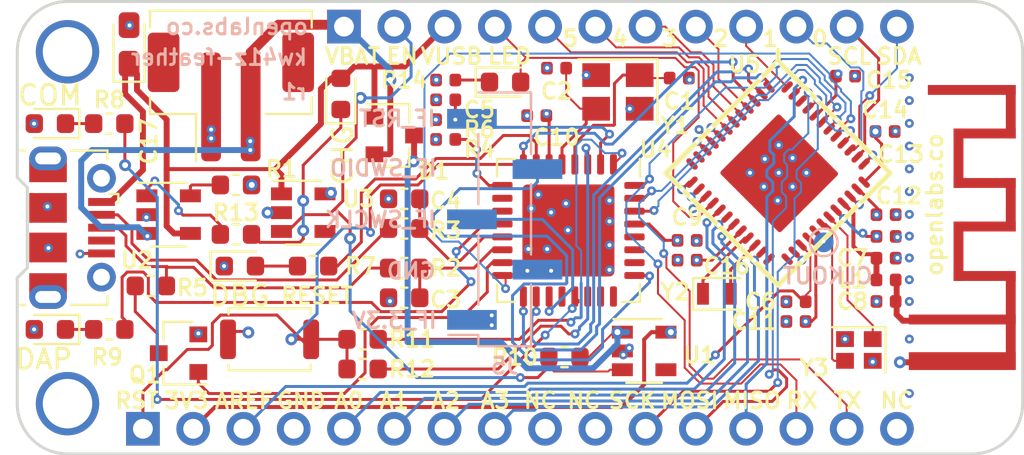
<source format=kicad_pcb>
(kicad_pcb (version 20171130) (host pcbnew 5.1.5+dfsg1-2build2)
  (layers (0 F.Cu signal) (1 In1.Cu power hide) (2 In2.Cu power hide) (31 B.Cu signal) (34 B.Paste user hide) (35 F.Paste user hide) (36 B.SilkS user hide) (37 F.SilkS user) (38 B.Mask user hide) (39 F.Mask user hide) (44 Edge.Cuts user))
  (net 0 "")
  (net 1 "Net-(J2-Pad4)")
  (net 2 +BATT)
  (net 3 GND)
  (net 4 /MISO)
  (net 5 /MOSI)
  (net 6 /SCK)
  (net 7 /A3)
  (net 8 /A2)
  (net 9 /A1)
  (net 10 /A0)
  (net 11 +3V3)
  (net 12 /SDA)
  (net 13 /SCL)
  (net 14 /EN)
  (net 15 "Net-(ANT1-Pad1)")
  (net 16 "Net-(C1-Pad2)")
  (net 17 "Net-(C2-Pad1)")
  (net 18 USB_DP)
  (net 19 /AREF)
  (net 20 "Net-(C7-Pad1)")
  (net 21 "Net-(D2-Pad1)")
  (net 22 "Net-(J3-Pad16)")
  (net 23 "Net-(Q1-Pad3)")
  (net 24 USB_SCON)
  (net 25 "Net-(R4-Pad1)")
  (net 26 "Net-(TP1-Pad1)")
  (net 27 "Net-(U1-Pad4)")
  (net 28 "Net-(U5-Pad31)")
  (net 29 "Net-(U5-Pad30)")
  (net 30 "Net-(U5-Pad25)")
  (net 31 "Net-(U5-Pad24)")
  (net 32 "Net-(U5-Pad22)")
  (net 33 "Net-(U5-Pad21)")
  (net 34 /LED)
  (net 35 "Net-(U5-Pad12)")
  (net 36 "Net-(U5-Pad11)")
  (net 37 TGT_NRESET)
  (net 38 TGT_SWCLK)
  (net 39 TGT_SWDIO)
  (net 40 "Net-(D3-Pad2)")
  (net 41 "Net-(D4-Pad1)")
  (net 42 "Net-(D5-Pad1)")
  (net 43 TGT_RX)
  (net 44 TGT_TX)
  (net 45 TGT_CTS)
  (net 46 "Net-(U4-Pad28)")
  (net 47 "Net-(U4-Pad27)")
  (net 48 "Net-(U4-Pad26)")
  (net 49 IF_SWDIO)
  (net 50 "Net-(U4-Pad24)")
  (net 51 "Net-(U4-Pad23)")
  (net 52 "Net-(U4-Pad22)")
  (net 53 LED_COM_GREEN)
  (net 54 "Net-(U4-Pad20)")
  (net 55 IF_SWCLK)
  (net 56 TGT_RTS)
  (net 57 LED_DAP_BLUE)
  (net 58 "Net-(U4-Pad11)")
  (net 59 "Net-(U4-Pad10)")
  (net 60 LED_PWR_RED)
  (net 61 TGT_NRESET_FB)
  (net 62 TGT_NRESET_FB_ISP)
  (net 63 "Net-(J3-Pad10)")
  (net 64 "Net-(J3-Pad9)")
  (net 65 IF_RST)
  (net 66 +3.3V_IF)
  (net 67 "Net-(U3-Pad4)")
  (net 68 /TGT_VIN)
  (net 69 USB_DN)
  (net 70 +VUSB)
  (net 71 /D-)
  (net 72 /D+)
  (net 73 /PROG)
  (net 74 /CHG)
  (net 75 "Net-(D6-Pad1)")
  (net 76 /0)
  (net 77 /1)
  (net 78 /2)
  (net 79 /3)
  (net 80 /4)
  (net 81 /5)
  (module mine:ANT_2_4_GHZ_MEANDERED_F_FLIP (layer F.Cu) (at 175.85 92.65 90)
    (fp_text reference ANT1)
    (fp_text value 2.4GHz hide)
    (pad 2 smd rect (at -6.8 -1.1) (size 5.4 0.9) (layers F.Cu F.Mask) (clearance 0.2))
    (pad 1 smd rect (at -4.7 -1.1) (size 5.4 0.5) (layers F.Cu F.Mask) (net 15 "Net-(ANT1-Pad1)") (clearance 0.2))
    (pad "" smd rect (at -4.75 1.35 90) (size 5 0.5) (layers F.Cu F.Mask) (clearance 0.2))
    (pad "" smd rect (at -2.5 0.03) (size 3.14 0.5) (layers F.Cu F.Mask) (clearance 0.2))
    (pad "" smd rect (at -1.25 -1.29 90) (size 3 0.5) (layers F.Cu F.Mask) (clearance 0.2))
    (pad "" smd rect (at 6.9 -0.62) (size 4.44 0.5) (layers F.Cu F.Mask) (clearance 0.2))
    (pad "" smd rect (at 5.8 1.35 90) (size 2.7 0.5) (layers F.Cu F.Mask) (clearance 0.2))
    (pad "" smd rect (at 4.7 0.03) (size 3.14 0.5) (layers F.Cu F.Mask) (clearance 0.2))
    (pad "" smd rect (at 3.45 -1.29 90) (size 3 0.5) (layers F.Cu F.Mask) (clearance 0.2))
    (pad "" smd rect (at 2.2 0.03) (size 3.14 0.5) (layers F.Cu F.Mask) (clearance 0.2))
    (pad "" smd rect (at 0 0.03) (size 3.14 0.5) (layers F.Cu F.Mask) (clearance 0.2))
    (pad "" smd rect (at 1.1 1.35 90) (size 2.7 0.5) (layers F.Cu F.Mask) (clearance 0.2))
  )
  (module Resistor_SMD:R_0402_1005Metric (layer F.Cu) (at 148.65 87.25 180)
    (fp_text reference R6 (at -1.7 -0.5) (layer F.SilkS) (effects (font (size 0.8 0.8))))
    (fp_text value 10k)
    (pad 2 smd roundrect (at 0.485 0 180) (size 0.59 0.64) (layers F.Cu F.Paste F.Mask) (net 66 +3.3V_IF))
    (pad 1 smd roundrect (at -0.485 0 180) (size 0.59 0.64) (layers F.Cu F.Paste F.Mask) (net 65 IF_RST))
  )
  (module Resistor_SMD:R_0402_1005Metric (layer F.Cu) (at 148.65 88.25 180)
    (fp_text reference R4 (at -1.7 -0.5) (layer F.SilkS) (effects (font (size 0.8 0.8))))
    (fp_text value 10k)
    (pad 2 smd roundrect (at 0.485 0 180) (size 0.59 0.64) (layers F.Cu F.Paste F.Mask) (net 66 +3.3V_IF))
    (pad 1 smd roundrect (at -0.485 0 180) (size 0.59 0.64) (layers F.Cu F.Paste F.Mask) (net 25 "Net-(R4-Pad1)"))
  )
  (module LED_SMD:LED_0603_1608Metric (layer F.Cu) (at 151.65 85.35)
    (fp_text reference D6 hide)
    (fp_text value DBG)
    (pad 2 smd roundrect (at 0.7875 0) (size 0.875 0.95) (layers F.Cu F.Paste F.Mask) (net 34 /LED))
    (pad 1 smd roundrect (at -0.7875 0) (size 0.875 0.95) (layers F.Cu F.Paste F.Mask) (net 75 "Net-(D6-Pad1)"))
  )
  (module Capacitor_Tantalum_SMD:CP_EIA-2012-15_AVX-P_Pad1.30x1.05mm_HandSolder (layer F.Cu) (at 132.65 83.45 90)
    (fp_text reference C17 (at -4.9 1 90) (layer F.SilkS) (effects (font (size 0.8 0.8))))
    (fp_text value 10uF)
    (pad 2 smd roundrect (at 0.975 0 90) (size 1.3 1.05) (layers F.Cu F.Paste F.Mask) (roundrect_rratio 0.238095) (net 3 GND))
    (pad 1 smd roundrect (at -0.975 0 90) (size 1.3 1.05) (layers F.Cu F.Paste F.Mask) (roundrect_rratio 0.238095) (net 70 +VUSB))
  )
  (module Resistor_SMD:R_0402_1005Metric (layer F.Cu) (at 148.65 85.25)
    (fp_text reference R14 (at -2.1 0) (layer F.SilkS) (effects (font (size 0.8 0.8))))
    (fp_text value 4k7)
    (pad 2 smd roundrect (at 0.485 0) (size 0.59 0.64) (layers F.Cu F.Paste F.Mask) (net 75 "Net-(D6-Pad1)"))
    (pad 1 smd roundrect (at -0.485 0) (size 0.59 0.64) (layers F.Cu F.Paste F.Mask) (net 3 GND))
  )
  (module Capacitor_SMD:C_0402_1005Metric (layer F.Cu) (at 154.25 84.65 180)
    (fp_text reference C2 (at 0 -1.17) (layer F.SilkS) (effects (font (size 0.8 0.8))))
    (fp_text value 18pF)
    (pad 2 smd roundrect (at 0.485 0 180) (size 0.59 0.64) (layers F.Cu F.Paste F.Mask) (net 3 GND))
    (pad 1 smd roundrect (at -0.485 0 180) (size 0.59 0.64) (layers F.Cu F.Paste F.Mask) (net 17 "Net-(C2-Pad1)"))
  )
  (module Capacitor_SMD:C_0402_1005Metric (layer F.Cu) (at 160.45 85.15 180)
    (fp_text reference C1 (at 0 -1.17) (layer F.SilkS) (effects (font (size 0.8 0.8))))
    (fp_text value 18pF)
    (pad 2 smd roundrect (at 0.485 0 180) (size 0.59 0.64) (layers F.Cu F.Paste F.Mask) (net 16 "Net-(C1-Pad2)"))
    (pad 1 smd roundrect (at -0.485 0 180) (size 0.59 0.64) (layers F.Cu F.Paste F.Mask) (net 3 GND))
  )
  (module Capacitor_SMD:C_0402_1005Metric (layer F.Cu) (at 148.65 86.25 180)
    (fp_text reference C5 (at -1.7 -0.5) (layer F.SilkS) (effects (font (size 0.8 0.8))))
    (fp_text value 1uF)
    (pad 2 smd roundrect (at 0.485 0 180) (size 0.59 0.64) (layers F.Cu F.Paste F.Mask) (net 3 GND))
    (pad 1 smd roundrect (at -0.485 0 180) (size 0.59 0.64) (layers F.Cu F.Paste F.Mask) (net 65 IF_RST))
  )
  (module Resistor_SMD:R_0603_1608Metric (layer F.Cu) (at 141.95 94.65 180)
    (fp_text reference R7 (at -2.4 0) (layer F.SilkS) (effects (font (size 0.8 0.8))))
    (fp_text value 4k7)
    (pad 2 smd roundrect (at 0.7875 0 180) (size 0.875 0.95) (layers F.Cu F.Paste F.Mask) (net 40 "Net-(D3-Pad2)"))
    (pad 1 smd roundrect (at -0.7875 0 180) (size 0.875 0.95) (layers F.Cu F.Paste F.Mask) (net 60 LED_PWR_RED))
  )
  (module Resistor_SMD:R_0603_1608Metric (layer F.Cu) (at 131.65 87.45 180)
    (fp_text reference R8 (at 0 1.2) (layer F.SilkS) (effects (font (size 0.8 0.8))))
    (fp_text value 4k7)
    (pad 2 smd roundrect (at 0.7875 0 180) (size 0.875 0.95) (layers F.Cu F.Paste F.Mask) (net 41 "Net-(D4-Pad1)"))
    (pad 1 smd roundrect (at -0.7875 0 180) (size 0.875 0.95) (layers F.Cu F.Paste F.Mask) (net 53 LED_COM_GREEN))
  )
  (module Resistor_SMD:R_0603_1608Metric (layer F.Cu) (at 138.05 93.05 180)
    (fp_text reference R13 (at 0 1.1) (layer F.SilkS) (effects (font (size 0.8 0.8))))
    (fp_text value 1k)
    (pad 2 smd roundrect (at 0.7875 0 180) (size 0.875 0.95) (layers F.Cu F.Paste F.Mask) (net 74 /CHG))
    (pad 1 smd roundrect (at -0.7875 0 180) (size 0.875 0.95) (layers F.Cu F.Paste F.Mask) (net 21 "Net-(D2-Pad1)"))
  )
  (module Resistor_SMD:R_0603_1608Metric (layer F.Cu) (at 138.05 90.55 180)
    (fp_text reference R1 (at -2.3 0.8) (layer F.SilkS) (effects (font (size 0.8 0.8))))
    (fp_text value 10K)
    (pad 2 smd roundrect (at 0.7875 0 180) (size 0.875 0.95) (layers F.Cu F.Paste F.Mask) (net 73 /PROG))
    (pad 1 smd roundrect (at -0.7875 0 180) (size 0.875 0.95) (layers F.Cu F.Paste F.Mask) (net 3 GND))
  )
  (module Resistor_SMD:R_0603_1608Metric (layer F.Cu) (at 133.75 95.65)
    (fp_text reference R5 (at 2.1 0.1) (layer F.SilkS) (effects (font (size 0.8 0.8))))
    (fp_text value 1k5)
    (pad 2 smd roundrect (at 0.7875 0) (size 0.875 0.95) (layers F.Cu F.Paste F.Mask) (net 72 /D+))
    (pad 1 smd roundrect (at -0.7875 0) (size 0.875 0.95) (layers F.Cu F.Paste F.Mask) (net 23 "Net-(Q1-Pad3)"))
  )
  (module Package_TO_SOT_SMD:SOT-23 (layer F.Cu) (at 135.15 99.05 180)
    (fp_text reference Q1 (at 1.7 -1.1) (layer F.SilkS) (effects (font (size 0.8 0.8))))
    (fp_text value BSS84)
    (pad 3 smd rect (at 1 0 180) (size 0.9 0.8) (layers F.Cu F.Paste F.Mask) (net 23 "Net-(Q1-Pad3)"))
    (pad 2 smd rect (at -1 0.95 180) (size 0.9 0.8) (layers F.Cu F.Paste F.Mask) (net 66 +3.3V_IF))
    (pad 1 smd rect (at -1 -0.95 180) (size 0.9 0.8) (layers F.Cu F.Paste F.Mask) (net 24 USB_SCON))
  )
  (module Button_Switch_SMD:SW_Push_SPST_NO_Alps_SKRK (layer F.Cu) (at 139.75 98.35 180)
    (fp_text reference SW1 hide)
    (fp_text value RESET (at -2.4 2.2) (layer F.SilkS) (effects (font (size 0.8 0.8))))
    (pad 1 smd roundrect (at -2.1 0 180) (size 0.8 2) (layers F.Cu F.Paste F.Mask) (net 37 TGT_NRESET))
    (pad 2 smd roundrect (at 2.1 0 180) (size 0.8 2) (layers F.Cu F.Paste F.Mask) (net 3 GND))
  )
  (module Capacitor_SMD:C_0402_1005Metric (layer F.Cu) (at 153.25 87.05 180)
    (fp_text reference C10 (at -1 -1.1) (layer F.SilkS) (effects (font (size 0.8 0.8))))
    (fp_text value 1uF)
    (pad 2 smd roundrect (at 0.485 0 180) (size 0.59 0.64) (layers F.Cu F.Paste F.Mask) (net 3 GND))
    (pad 1 smd roundrect (at -0.485 0 180) (size 0.59 0.64) (layers F.Cu F.Paste F.Mask) (net 66 +3.3V_IF))
  )
  (module Capacitor_SMD:C_0402_1005Metric (layer F.Cu) (at 160.85 93.35)
    (fp_text reference C9 (at 0 -1.17) (layer F.SilkS) (effects (font (size 0.8 0.8))))
    (fp_text value 1uF)
    (pad 2 smd roundrect (at 0.485 0) (size 0.59 0.64) (layers F.Cu F.Paste F.Mask) (net 3 GND))
    (pad 1 smd roundrect (at -0.485 0) (size 0.59 0.64) (layers F.Cu F.Paste F.Mask) (net 66 +3.3V_IF))
  )
  (module Capacitor_SMD:C_0402_1005Metric (layer F.Cu) (at 160.85 94.35)
    (fp_text reference C16 (at 2 0.3) (layer F.SilkS) (effects (font (size 0.8 0.8))))
    (fp_text value 1uF)
    (pad 2 smd roundrect (at 0.485 0) (size 0.59 0.64) (layers F.Cu F.Paste F.Mask) (net 11 +3V3))
    (pad 1 smd roundrect (at -0.485 0) (size 0.59 0.64) (layers F.Cu F.Paste F.Mask) (net 3 GND))
  )
  (module Capacitor_SMD:C_0402_1005Metric (layer F.Cu) (at 168.85 85.05 180)
    (fp_text reference C15 (at -2.2 -0.2) (layer F.SilkS) (effects (font (size 0.8 0.8))))
    (fp_text value 1uF)
    (pad 2 smd roundrect (at 0.485 0 180) (size 0.59 0.64) (layers F.Cu F.Paste F.Mask) (net 11 +3V3))
    (pad 1 smd roundrect (at -0.485 0 180) (size 0.59 0.64) (layers F.Cu F.Paste F.Mask) (net 3 GND))
  )
  (module Capacitor_SMD:C_0402_1005Metric (layer F.Cu) (at 170.85 87.85 180)
    (fp_text reference C14 (at 0 1.1) (layer F.SilkS) (effects (font (size 0.8 0.8))))
    (fp_text value 1uF)
    (pad 2 smd roundrect (at 0.485 0 180) (size 0.59 0.64) (layers F.Cu F.Paste F.Mask) (net 11 +3V3))
    (pad 1 smd roundrect (at -0.485 0 180) (size 0.59 0.64) (layers F.Cu F.Paste F.Mask) (net 3 GND))
  )
  (module Capacitor_SMD:C_0402_1005Metric (layer F.Cu) (at 170.9 92.05 180)
    (fp_text reference C13 (at -0.75 3.05) (layer F.SilkS) (effects (font (size 0.8 0.8))))
    (fp_text value 1uF)
    (pad 2 smd roundrect (at 0.485 0 180) (size 0.59 0.64) (layers F.Cu F.Paste F.Mask) (net 11 +3V3))
    (pad 1 smd roundrect (at -0.485 0 180) (size 0.59 0.64) (layers F.Cu F.Paste F.Mask) (net 3 GND))
  )
  (module Capacitor_SMD:C_0402_1005Metric (layer F.Cu) (at 170.9 93.15 180)
    (fp_text reference C12 (at -0.65 2.05) (layer F.SilkS) (effects (font (size 0.8 0.8))))
    (fp_text value 1uF)
    (pad 2 smd roundrect (at 0.485 0 180) (size 0.59 0.64) (layers F.Cu F.Paste F.Mask) (net 11 +3V3))
    (pad 1 smd roundrect (at -0.485 0 180) (size 0.59 0.64) (layers F.Cu F.Paste F.Mask) (net 3 GND))
  )
  (module Capacitor_SMD:C_0402_1005Metric (layer F.Cu) (at 166.35 97.45)
    (fp_text reference C11 (at -2.1 0) (layer F.SilkS) (effects (font (size 0.8 0.8))))
    (fp_text value 1uF)
    (pad 2 smd roundrect (at 0.485 0) (size 0.59 0.64) (layers F.Cu F.Paste F.Mask) (net 11 +3V3))
    (pad 1 smd roundrect (at -0.485 0) (size 0.59 0.64) (layers F.Cu F.Paste F.Mask) (net 3 GND))
  )
  (module Package_TO_SOT_SMD:SOT-23-5 (layer F.Cu) (at 141.45 91.95)
    (fp_text reference U3 (at 2.8 -0.7) (layer F.SilkS) (effects (font (size 0.8 0.8))))
    (fp_text value SPX3819M5-L-3-3)
    (pad 5 smd rect (at 1.1 -0.95) (size 1.06 0.65) (layers F.Cu F.Paste F.Mask) (net 66 +3.3V_IF))
    (pad 4 smd rect (at 1.1 0.95) (size 1.06 0.65) (layers F.Cu F.Paste F.Mask) (net 67 "Net-(U3-Pad4)"))
    (pad 3 smd rect (at -1.1 0.95) (size 1.06 0.65) (layers F.Cu F.Paste F.Mask) (net 14 /EN))
    (pad 2 smd rect (at -1.1 0) (size 1.06 0.65) (layers F.Cu F.Paste F.Mask) (net 3 GND))
    (pad 1 smd rect (at -1.1 -0.95) (size 1.06 0.65) (layers F.Cu F.Paste F.Mask) (net 70 +VUSB))
  )
  (module Package_TO_SOT_SMD:SOT-23 (layer F.Cu) (at 146.05 88.05)
    (fp_text reference D1 (at 2 1.8) (layer F.SilkS) (effects (font (size 0.8 0.8))))
    (fp_text value D_Schottky_x2_KCom_AAK)
    (pad 3 smd rect (at 1 0) (size 0.9 0.8) (layers F.Cu F.Paste F.Mask) (net 68 /TGT_VIN))
    (pad 2 smd rect (at -1 0.95) (size 0.9 0.8) (layers F.Cu F.Paste F.Mask) (net 2 +BATT))
    (pad 1 smd rect (at -1 -0.95) (size 0.9 0.8) (layers F.Cu F.Paste F.Mask) (net 70 +VUSB))
  )
  (module Resistor_SMD:R_0603_1608Metric (layer F.Cu) (at 144.45 99.85 180)
    (fp_text reference R12 (at -2.5 0) (layer F.SilkS) (effects (font (size 0.8 0.8))))
    (fp_text value 33R)
    (pad 2 smd roundrect (at 0.7875 0 180) (size 0.875 0.95) (layers F.Cu F.Paste F.Mask) (net 37 TGT_NRESET))
    (pad 1 smd roundrect (at -0.7875 0 180) (size 0.875 0.95) (layers F.Cu F.Paste F.Mask) (net 61 TGT_NRESET_FB))
  )
  (module Resistor_SMD:R_0603_1608Metric (layer F.Cu) (at 144.45 98.35 180)
    (fp_text reference R11 (at -2.5 0) (layer F.SilkS) (effects (font (size 0.8 0.8))))
    (fp_text value 33R)
    (pad 2 smd roundrect (at 0.7875 0 180) (size 0.875 0.95) (layers F.Cu F.Paste F.Mask) (net 37 TGT_NRESET))
    (pad 1 smd roundrect (at -0.7875 0 180) (size 0.875 0.95) (layers F.Cu F.Paste F.Mask) (net 62 TGT_NRESET_FB_ISP))
  )
  (module Resistor_SMD:R_0603_1608Metric (layer F.Cu) (at 154.65 99.25)
    (fp_text reference R10 (at -2.5 0) (layer F.SilkS) (effects (font (size 0.8 0.8))))
    (fp_text value 10M)
    (pad 2 smd roundrect (at 0.7875 0) (size 0.875 0.95) (layers F.Cu F.Paste F.Mask) (net 68 /TGT_VIN))
    (pad 1 smd roundrect (at -0.7875 0) (size 0.875 0.95) (layers F.Cu F.Paste F.Mask) (net 14 /EN))
  )
  (module Connector_PinHeader_2.54mm:PinHeader_1x05_P2.54mm_Vertical_SMD_Pin1Left (layer B.Cu) (at 151.63 92.2875)
    (fp_text reference J5 (at 0 7.41) (layer B.SilkS) (effects (font (size 0.8 0.8)) (justify mirror)))
    (fp_text value Conn_01x05)
    (pad 4 smd rect (at 1.655 -2.54) (size 2.51 1) (layers B.Cu B.Paste B.Mask) (net 49 IF_SWDIO))
    (pad 2 smd rect (at 1.655 2.54) (size 2.51 1) (layers B.Cu B.Paste B.Mask) (net 3 GND))
    (pad 5 smd rect (at -1.655 -5.08) (size 2.51 1) (layers B.Cu B.Paste B.Mask) (net 65 IF_RST))
    (pad 3 smd rect (at -1.655 0) (size 2.51 1) (layers B.Cu B.Paste B.Mask) (net 55 IF_SWCLK))
    (pad 1 smd rect (at -1.655 5.08) (size 2.51 1) (layers B.Cu B.Paste B.Mask) (net 66 +3.3V_IF))
  )
  (module mine:QFN-48_7_EP_45 (layer F.Cu) (at 165.45 89.95 90)
    (fp_text reference U5 (at 5.5 -1.7 180) (layer F.SilkS) (effects (font (size 0.8 0.8))))
    (fp_text value MKW41Z512VHT4)
    (pad 1 smd oval (at 4.34855 -0.4668 135) (size 0.699717 0.279908) (layers F.Cu F.Paste F.Mask) (net 39 TGT_SWDIO))
    (pad 2 smd oval (at 3.99505 -0.82025 135) (size 0.699788 0.279908) (layers F.Cu F.Paste F.Mask) (net 38 TGT_SWCLK))
    (pad 3 smd oval (at 3.6414 -1.17385 135) (size 0.699717 0.279908) (layers F.Cu F.Paste F.Mask) (net 37 TGT_NRESET))
    (pad 4 smd oval (at 3.28795 -1.52735 135) (size 0.699788 0.279908) (layers F.Cu F.Paste F.Mask) (net 78 /2))
    (pad 5 smd oval (at 2.9343 -1.88105 135) (size 0.699717 0.279908) (layers F.Cu F.Paste F.Mask) (net 79 /3))
    (pad 6 smd oval (at 2.58085 -2.23445 135) (size 0.699788 0.279908) (layers F.Cu F.Paste F.Mask) (net 80 /4))
    (pad 7 smd oval (at 2.22735 -2.58795 135) (size 0.699788 0.279908) (layers F.Cu F.Paste F.Mask) (net 81 /5))
    (pad 8 smd oval (at 1.87395 -2.9414 135) (size 0.699717 0.279908) (layers F.Cu F.Paste F.Mask) (net 3 GND))
    (pad 9 smd oval (at 1.52025 -3.29505 135) (size 0.699788 0.279908) (layers F.Cu F.Paste F.Mask) (net 11 +3V3))
    (pad 10 smd oval (at 1.166743 -3.6485 135) (size 0.699727 0.279908) (layers F.Cu F.Paste F.Mask) (net 11 +3V3))
    (pad 11 smd oval (at 0.813159 -4.00215 135) (size 0.699775 0.279908) (layers F.Cu F.Paste F.Mask) (net 36 "Net-(U5-Pad11)"))
    (pad 12 smd oval (at 0.4597 -4.35565 135) (size 0.699717 0.279908) (layers F.Cu F.Paste F.Mask) (net 35 "Net-(U5-Pad12)"))
    (pad 13 smd oval (at -0.4597 -4.35565 45) (size 0.699717 0.279908) (layers F.Cu F.Paste F.Mask) (net 3 GND))
    (pad 14 smd oval (at -0.813159 -4.00215 45) (size 0.699775 0.279908) (layers F.Cu F.Paste F.Mask) (net 11 +3V3))
    (pad 15 smd oval (at -1.166743 -3.6485 45) (size 0.699727 0.279908) (layers F.Cu F.Paste F.Mask) (net 11 +3V3))
    (pad 16 smd oval (at -1.52025 -3.29505 45) (size 0.699788 0.279908) (layers F.Cu F.Paste F.Mask) (net 34 /LED))
    (pad 17 smd oval (at -1.87395 -2.9414 45) (size 0.699717 0.279908) (layers F.Cu F.Paste F.Mask) (net 10 /A0))
    (pad 18 smd oval (at -2.22735 -2.58795 45) (size 0.699788 0.279908) (layers F.Cu F.Paste F.Mask) (net 9 /A1))
    (pad 19 smd oval (at -2.58085 -2.23445 45) (size 0.699788 0.279908) (layers F.Cu F.Paste F.Mask) (net 8 /A2))
    (pad 20 smd oval (at -2.9343 -1.88105 45) (size 0.699717 0.279908) (layers F.Cu F.Paste F.Mask) (net 11 +3V3))
    (pad 21 smd oval (at -3.28795 -1.52735 45) (size 0.699788 0.279908) (layers F.Cu F.Paste F.Mask) (net 33 "Net-(U5-Pad21)"))
    (pad 22 smd oval (at -3.6414 -1.17385 45) (size 0.699717 0.279908) (layers F.Cu F.Paste F.Mask) (net 32 "Net-(U5-Pad22)"))
    (pad 23 smd oval (at -3.99505 -0.82025 45) (size 0.699788 0.279908) (layers F.Cu F.Paste F.Mask) (net 7 /A3))
    (pad 24 smd oval (at -4.34855 -0.4668 45) (size 0.699717 0.279908) (layers F.Cu F.Paste F.Mask) (net 31 "Net-(U5-Pad24)"))
    (pad 25 smd oval (at -4.34855 0.4526 135) (size 0.699717 0.279908) (layers F.Cu F.Paste F.Mask) (net 30 "Net-(U5-Pad25)"))
    (pad 26 smd oval (at -3.99505 0.80605 135) (size 0.699788 0.279908) (layers F.Cu F.Paste F.Mask) (net 3 GND))
    (pad 27 smd oval (at -3.6414 1.15965 135) (size 0.699717 0.279908) (layers F.Cu F.Paste F.Mask) (net 19 /AREF))
    (pad 28 smd oval (at -3.28795 1.51315 135) (size 0.699788 0.279908) (layers F.Cu F.Paste F.Mask) (net 11 +3V3))
    (pad 29 smd oval (at -2.9343 1.86685 135) (size 0.699717 0.279908) (layers F.Cu F.Paste F.Mask) (net 26 "Net-(TP1-Pad1)"))
    (pad 30 smd oval (at -2.58085 2.22025 135) (size 0.699788 0.279908) (layers F.Cu F.Paste F.Mask) (net 29 "Net-(U5-Pad30)"))
    (pad 31 smd oval (at -2.22735 2.57375 135) (size 0.699788 0.279908) (layers F.Cu F.Paste F.Mask) (net 28 "Net-(U5-Pad31)"))
    (pad 32 smd oval (at -1.87395 2.9272 135) (size 0.699717 0.279908) (layers F.Cu F.Paste F.Mask) (net 11 +3V3))
    (pad 33 smd oval (at -1.52025 3.28085 135) (size 0.699788 0.279908) (layers F.Cu F.Paste F.Mask) (net 20 "Net-(C7-Pad1)"))
    (pad 34 smd oval (at -1.166743 3.6343 135) (size 0.699727 0.279908) (layers F.Cu F.Paste F.Mask) (net 3 GND))
    (pad 35 smd oval (at -0.813159 3.98795 135) (size 0.699775 0.279908) (layers F.Cu F.Paste F.Mask) (net 11 +3V3))
    (pad 36 smd oval (at -0.4597 4.34145 135) (size 0.699717 0.279908) (layers F.Cu F.Paste F.Mask) (net 11 +3V3))
    (pad 37 smd oval (at 0.4597 4.34145 45) (size 0.699717 0.279908) (layers F.Cu F.Paste F.Mask) (net 76 /0))
    (pad 38 smd oval (at 0.813159 3.98795 45) (size 0.699775 0.279908) (layers F.Cu F.Paste F.Mask) (net 13 /SCL))
    (pad 39 smd oval (at 1.166743 3.6343 45) (size 0.699727 0.279908) (layers F.Cu F.Paste F.Mask) (net 12 /SDA))
    (pad 40 smd oval (at 1.52025 3.28085 45) (size 0.699788 0.279908) (layers F.Cu F.Paste F.Mask) (net 45 TGT_CTS))
    (pad 41 smd oval (at 1.87395 2.9272 45) (size 0.699717 0.279908) (layers F.Cu F.Paste F.Mask) (net 56 TGT_RTS))
    (pad 42 smd oval (at 2.22735 2.57375 45) (size 0.699788 0.279908) (layers F.Cu F.Paste F.Mask) (net 43 TGT_RX))
    (pad 43 smd oval (at 2.58085 2.22025 45) (size 0.699788 0.279908) (layers F.Cu F.Paste F.Mask) (net 44 TGT_TX))
    (pad 44 smd oval (at 2.9343 1.86685 45) (size 0.699717 0.279908) (layers F.Cu F.Paste F.Mask) (net 11 +3V3))
    (pad 45 smd oval (at 3.28795 1.51315 45) (size 0.699788 0.279908) (layers F.Cu F.Paste F.Mask) (net 6 /SCK))
    (pad 46 smd oval (at 3.6414 1.15965 45) (size 0.699717 0.279908) (layers F.Cu F.Paste F.Mask) (net 5 /MOSI))
    (pad 47 smd oval (at 3.99505 0.80605 45) (size 0.699788 0.279908) (layers F.Cu F.Paste F.Mask) (net 4 /MISO))
    (pad 48 smd oval (at 4.34855 0.4526 45) (size 0.699717 0.279908) (layers F.Cu F.Paste F.Mask) (net 77 /1))
    (pad 49 smd circle (at 0 2.1213 90) (size 0.5 0.5) (layers F.Cu F.Paste F.Mask) (net 3 GND))
    (pad 49 smd circle (at -0.7071 1.4142 90) (size 0.5 0.5) (layers F.Cu F.Paste F.Mask) (net 3 GND))
    (pad 49 smd circle (at -1.4142 0.7071 90) (size 0.5 0.5) (layers F.Cu F.Paste F.Mask) (net 3 GND))
    (pad 49 smd circle (at -2.1213 0 90) (size 0.5 0.5) (layers F.Cu F.Paste F.Mask) (net 3 GND))
    (pad 49 smd circle (at -1.4142 -0.7071 90) (size 0.5 0.5) (layers F.Cu F.Paste F.Mask) (net 3 GND))
    (pad 49 smd circle (at -0.7071 -1.4142 90) (size 0.5 0.5) (layers F.Cu F.Paste F.Mask) (net 3 GND))
    (pad 49 smd circle (at 0 -2.1213 90) (size 0.5 0.5) (layers F.Cu F.Paste F.Mask) (net 3 GND))
    (pad 49 smd circle (at 0.7071 -1.4142 90) (size 0.5 0.5) (layers F.Cu F.Paste F.Mask) (net 3 GND))
    (pad 49 smd circle (at 1.4142 -0.7071 90) (size 0.5 0.5) (layers F.Cu F.Paste F.Mask) (net 3 GND))
    (pad 49 smd circle (at 2.1213 0 90) (size 0.5 0.5) (layers F.Cu F.Paste F.Mask) (net 3 GND))
    (pad 49 smd circle (at 1.4142 0.7071 90) (size 0.5 0.5) (layers F.Cu F.Paste F.Mask) (net 3 GND))
    (pad 49 smd circle (at 0.7071 1.4142 90) (size 0.5 0.5) (layers F.Cu F.Paste F.Mask) (net 3 GND))
    (pad 49 smd circle (at 0 0.7071 90) (size 0.5 0.5) (layers F.Cu F.Paste F.Mask) (net 3 GND))
    (pad 49 smd circle (at -0.7071 0 90) (size 0.5 0.5) (layers F.Cu F.Paste F.Mask) (net 3 GND))
    (pad 49 smd circle (at 0 -0.7071 90) (size 0.5 0.5) (layers F.Cu F.Paste F.Mask) (net 3 GND))
    (pad 49 smd circle (at 0.7071 0 90) (size 0.5 0.5) (layers F.Cu F.Paste F.Mask) (net 3 GND))
  )
  (module Resistor_SMD:R_0603_1608Metric (layer F.Cu) (at 131.65 97.85 180)
    (fp_text reference R9 (at 0.1 -1.4) (layer F.SilkS) (effects (font (size 0.8 0.8))))
    (fp_text value 4k7)
    (pad 2 smd roundrect (at 0.7875 0 180) (size 0.875 0.95) (layers F.Cu F.Paste F.Mask) (net 42 "Net-(D5-Pad1)"))
    (pad 1 smd roundrect (at -0.7875 0 180) (size 0.875 0.95) (layers F.Cu F.Paste F.Mask) (net 57 LED_DAP_BLUE))
  )
  (module Resistor_SMD:R_0603_1608Metric (layer F.Cu) (at 146.55 92.75)
    (fp_text reference R3 (at 2.1 0.1) (layer F.SilkS) (effects (font (size 0.8 0.8))))
    (fp_text value 33R)
    (pad 2 smd roundrect (at 0.7875 0) (size 0.875 0.95) (layers F.Cu F.Paste F.Mask) (net 69 USB_DN))
    (pad 1 smd roundrect (at -0.7875 0) (size 0.875 0.95) (layers F.Cu F.Paste F.Mask) (net 71 /D-))
  )
  (module Resistor_SMD:R_0603_1608Metric (layer F.Cu) (at 146.55 94.75 180)
    (fp_text reference R2 (at -2.1 0) (layer F.SilkS) (effects (font (size 0.8 0.8))))
    (fp_text value 33R)
    (pad 2 smd roundrect (at 0.7875 0 180) (size 0.875 0.95) (layers F.Cu F.Paste F.Mask) (net 72 /D+))
    (pad 1 smd roundrect (at -0.7875 0 180) (size 0.875 0.95) (layers F.Cu F.Paste F.Mask) (net 18 USB_DP))
  )
  (module Package_DFN_QFN:QFN-32-1EP_7x7mm_P0.65mm_EP4.65x4.65mm (layer F.Cu) (at 154.85 92.85 270)
    (fp_text reference U4 (at -4.1 -4.4 180) (layer F.SilkS) (effects (font (size 0.8 0.8))))
    (fp_text value LPC11U35FHI33_501)
    (pad 32 smd roundrect (at -2.275 -3.3375 270) (size 0.35 1.025) (layers F.Cu F.Paste F.Mask) (net 43 TGT_RX))
    (pad 31 smd roundrect (at -1.625 -3.3375 270) (size 0.35 1.025) (layers F.Cu F.Paste F.Mask) (net 44 TGT_TX))
    (pad 30 smd roundrect (at -0.975 -3.3375 270) (size 0.35 1.025) (layers F.Cu F.Paste F.Mask) (net 45 TGT_CTS))
    (pad 29 smd roundrect (at -0.325 -3.3375 270) (size 0.35 1.025) (layers F.Cu F.Paste F.Mask) (net 66 +3.3V_IF))
    (pad 28 smd roundrect (at 0.325 -3.3375 270) (size 0.35 1.025) (layers F.Cu F.Paste F.Mask) (net 46 "Net-(U4-Pad28)"))
    (pad 27 smd roundrect (at 0.975 -3.3375 270) (size 0.35 1.025) (layers F.Cu F.Paste F.Mask) (net 47 "Net-(U4-Pad27)"))
    (pad 26 smd roundrect (at 1.625 -3.3375 270) (size 0.35 1.025) (layers F.Cu F.Paste F.Mask) (net 48 "Net-(U4-Pad26)"))
    (pad 25 smd roundrect (at 2.275 -3.3375 270) (size 0.35 1.025) (layers F.Cu F.Paste F.Mask) (net 49 IF_SWDIO))
    (pad 24 smd roundrect (at 3.3375 -2.275 270) (size 1.025 0.35) (layers F.Cu F.Paste F.Mask) (net 50 "Net-(U4-Pad24)"))
    (pad 23 smd roundrect (at 3.3375 -1.625 270) (size 1.025 0.35) (layers F.Cu F.Paste F.Mask) (net 51 "Net-(U4-Pad23)"))
    (pad 22 smd roundrect (at 3.3375 -0.975 270) (size 1.025 0.35) (layers F.Cu F.Paste F.Mask) (net 52 "Net-(U4-Pad22)"))
    (pad 21 smd roundrect (at 3.3375 -0.325 270) (size 1.025 0.35) (layers F.Cu F.Paste F.Mask) (net 53 LED_COM_GREEN))
    (pad 20 smd roundrect (at 3.3375 0.325 270) (size 1.025 0.35) (layers F.Cu F.Paste F.Mask) (net 54 "Net-(U4-Pad20)"))
    (pad 19 smd roundrect (at 3.3375 0.975 270) (size 1.025 0.35) (layers F.Cu F.Paste F.Mask) (net 55 IF_SWCLK))
    (pad 18 smd roundrect (at 3.3375 1.625 270) (size 1.025 0.35) (layers F.Cu F.Paste F.Mask) (net 38 TGT_SWCLK))
    (pad 17 smd roundrect (at 3.3375 2.275 270) (size 1.025 0.35) (layers F.Cu F.Paste F.Mask) (net 39 TGT_SWDIO))
    (pad 16 smd roundrect (at 2.275 3.3375 270) (size 0.35 1.025) (layers F.Cu F.Paste F.Mask) (net 56 TGT_RTS))
    (pad 15 smd roundrect (at 1.625 3.3375 270) (size 0.35 1.025) (layers F.Cu F.Paste F.Mask) (net 24 USB_SCON))
    (pad 14 smd roundrect (at 0.975 3.3375 270) (size 0.35 1.025) (layers F.Cu F.Paste F.Mask) (net 18 USB_DP))
    (pad 13 smd roundrect (at 0.325 3.3375 270) (size 0.35 1.025) (layers F.Cu F.Paste F.Mask) (net 69 USB_DN))
    (pad 12 smd roundrect (at -0.325 3.3375 270) (size 0.35 1.025) (layers F.Cu F.Paste F.Mask) (net 57 LED_DAP_BLUE))
    (pad 11 smd roundrect (at -0.975 3.3375 270) (size 0.35 1.025) (layers F.Cu F.Paste F.Mask) (net 58 "Net-(U4-Pad11)"))
    (pad 10 smd roundrect (at -1.625 3.3375 270) (size 0.35 1.025) (layers F.Cu F.Paste F.Mask) (net 59 "Net-(U4-Pad10)"))
    (pad 9 smd roundrect (at -2.275 3.3375 270) (size 0.35 1.025) (layers F.Cu F.Paste F.Mask) (net 25 "Net-(R4-Pad1)"))
    (pad 8 smd roundrect (at -3.3375 2.275 270) (size 1.025 0.35) (layers F.Cu F.Paste F.Mask) (net 37 TGT_NRESET))
    (pad 7 smd roundrect (at -3.3375 1.625 270) (size 1.025 0.35) (layers F.Cu F.Paste F.Mask) (net 60 LED_PWR_RED))
    (pad 6 smd roundrect (at -3.3375 0.975 270) (size 1.025 0.35) (layers F.Cu F.Paste F.Mask) (net 66 +3.3V_IF))
    (pad 5 smd roundrect (at -3.3375 0.325 270) (size 1.025 0.35) (layers F.Cu F.Paste F.Mask) (net 17 "Net-(C2-Pad1)"))
    (pad 4 smd roundrect (at -3.3375 -0.325 270) (size 1.025 0.35) (layers F.Cu F.Paste F.Mask) (net 16 "Net-(C1-Pad2)"))
    (pad 3 smd roundrect (at -3.3375 -0.975 270) (size 1.025 0.35) (layers F.Cu F.Paste F.Mask) (net 61 TGT_NRESET_FB))
    (pad 2 smd roundrect (at -3.3375 -1.625 270) (size 1.025 0.35) (layers F.Cu F.Paste F.Mask) (net 65 IF_RST))
    (pad 1 smd roundrect (at -3.3375 -2.275 270) (size 1.025 0.35) (layers F.Cu F.Paste F.Mask) (net 62 TGT_NRESET_FB_ISP))
    (pad 33 smd roundrect (at 0 0 270) (size 4.65 4.65) (layers F.Cu F.Mask) (roundrect_rratio 0.05400000000000001) (net 3 GND))
  )
  (module LED_SMD:LED_0603_1608Metric (layer F.Cu) (at 128.65 97.85 180)
    (fp_text reference D5 hide)
    (fp_text value DAP (at 0.3 -1.5) (layer F.SilkS))
    (pad 2 smd roundrect (at 0.7875 0 180) (size 0.875 0.95) (layers F.Cu F.Paste F.Mask) (net 66 +3.3V_IF))
    (pad 1 smd roundrect (at -0.7875 0 180) (size 0.875 0.95) (layers F.Cu F.Paste F.Mask) (net 42 "Net-(D5-Pad1)"))
  )
  (module LED_SMD:LED_0603_1608Metric (layer F.Cu) (at 128.65 87.45 180)
    (fp_text reference D4 hide)
    (fp_text value COM (at 0 1.43) (layer F.SilkS))
    (pad 2 smd roundrect (at 0.7875 0 180) (size 0.875 0.95) (layers F.Cu F.Paste F.Mask) (net 66 +3.3V_IF))
    (pad 1 smd roundrect (at -0.7875 0 180) (size 0.875 0.95) (layers F.Cu F.Paste F.Mask) (net 41 "Net-(D4-Pad1)"))
  )
  (module LED_SMD:LED_0603_1608Metric (layer F.Cu) (at 138.25 94.65)
    (fp_text reference D3 hide)
    (fp_text value DBG (at 0 1.5) (layer F.SilkS))
    (pad 2 smd roundrect (at 0.7875 0) (size 0.875 0.95) (layers F.Cu F.Paste F.Mask) (net 40 "Net-(D3-Pad2)"))
    (pad 1 smd roundrect (at -0.7875 0) (size 0.875 0.95) (layers F.Cu F.Paste F.Mask) (net 3 GND))
  )
  (module TestPoint:TestPoint_Pad_D1.0mm (layer B.Cu) (at 167.75 93.45)
    (fp_text reference TP1 hide)
    (fp_text value XTAL_OUT)
    (pad 1 smd circle (at 0 0) (size 1 1) (layers B.Cu B.Mask) (net 26 "Net-(TP1-Pad1)"))
  )
  (module Crystal:Crystal_SMD_2016-4Pin_2.0x1.6mm (layer F.Cu) (at 169.525 98.8875 180)
    (fp_text reference Y3 (at 2.25 -0.9) (layer F.SilkS) (effects (font (size 0.8 0.8))))
    (fp_text value 32MHz)
    (pad 1 smd rect (at -0.7 0.55 180) (size 0.9 0.8) (layers F.Cu F.Paste F.Mask) (net 28 "Net-(U5-Pad31)"))
    (pad 2 smd rect (at 0.7 0.55 180) (size 0.9 0.8) (layers F.Cu F.Paste F.Mask) (net 3 GND))
    (pad 3 smd rect (at 0.7 -0.55 180) (size 0.9 0.8) (layers F.Cu F.Paste F.Mask) (net 29 "Net-(U5-Pad30)"))
    (pad 4 smd rect (at -0.7 -0.55 180) (size 0.9 0.8) (layers F.Cu F.Paste F.Mask) (net 3 GND))
  )
  (module Crystal:Crystal_SMD_2012-2Pin_2.0x1.2mm (layer F.Cu) (at 162.35 96.05)
    (fp_text reference Y2 (at -2.1 -0.1 180) (layer F.SilkS) (effects (font (size 0.8 0.8))))
    (fp_text value 32768Hz)
    (pad 1 smd rect (at -0.7 0) (size 0.6 1.1) (layers F.Cu F.Paste F.Mask) (net 33 "Net-(U5-Pad21)"))
    (pad 2 smd rect (at 0.7 0) (size 0.6 1.1) (layers F.Cu F.Paste F.Mask) (net 32 "Net-(U5-Pad22)"))
  )
  (module Crystal:Crystal_SMD_3225-4Pin_3.2x2.5mm (layer F.Cu) (at 157.35 85.85 180)
    (fp_text reference Y1 (at -2.9 -1.7) (layer F.SilkS) (effects (font (size 0.8 0.8))))
    (fp_text value 12MHZ)
    (pad 4 smd rect (at -1.1 -0.85 180) (size 1.4 1.2) (layers F.Cu F.Paste F.Mask) (net 3 GND))
    (pad 3 smd rect (at 1.1 -0.85 180) (size 1.4 1.2) (layers F.Cu F.Paste F.Mask) (net 17 "Net-(C2-Pad1)"))
    (pad 2 smd rect (at 1.1 0.85 180) (size 1.4 1.2) (layers F.Cu F.Paste F.Mask) (net 3 GND))
    (pad 1 smd rect (at -1.1 0.85 180) (size 1.4 1.2) (layers F.Cu F.Paste F.Mask) (net 16 "Net-(C1-Pad2)"))
  )
  (module Package_TO_SOT_SMD:SOT-23-5 (layer F.Cu) (at 134.65 92.05)
    (fp_text reference U2 (at -1.6 2.3) (layer F.SilkS) (effects (font (size 0.8 0.8))))
    (fp_text value MCP73831-2-OT)
    (pad 5 smd rect (at 1.1 -0.95) (size 1.06 0.65) (layers F.Cu F.Paste F.Mask) (net 73 /PROG))
    (pad 4 smd rect (at 1.1 0.95) (size 1.06 0.65) (layers F.Cu F.Paste F.Mask) (net 70 +VUSB))
    (pad 3 smd rect (at -1.1 0.95) (size 1.06 0.65) (layers F.Cu F.Paste F.Mask) (net 2 +BATT))
    (pad 2 smd rect (at -1.1 0) (size 1.06 0.65) (layers F.Cu F.Paste F.Mask) (net 3 GND))
    (pad 1 smd rect (at -1.1 -0.95) (size 1.06 0.65) (layers F.Cu F.Paste F.Mask) (net 74 /CHG))
  )
  (module Package_TO_SOT_SMD:SOT-23-5 (layer F.Cu) (at 158.675 98.9375)
    (fp_text reference U1 (at 2.8 0.2) (layer F.SilkS) (effects (font (size 0.8 0.8))))
    (fp_text value SPX3819M5-L-3-3)
    (pad 5 smd rect (at 1.1 -0.95) (size 1.06 0.65) (layers F.Cu F.Paste F.Mask) (net 11 +3V3))
    (pad 4 smd rect (at 1.1 0.95) (size 1.06 0.65) (layers F.Cu F.Paste F.Mask) (net 27 "Net-(U1-Pad4)"))
    (pad 3 smd rect (at -1.1 0.95) (size 1.06 0.65) (layers F.Cu F.Paste F.Mask) (net 14 /EN))
    (pad 2 smd rect (at -1.1 0) (size 1.06 0.65) (layers F.Cu F.Paste F.Mask) (net 3 GND))
    (pad 1 smd rect (at -1.1 -0.95) (size 1.06 0.65) (layers F.Cu F.Paste F.Mask) (net 68 /TGT_VIN))
  )
  (module Inductor_SMD:L_0402_1005Metric (layer F.Cu) (at 170.9 95.35)
    (fp_text reference L1 (at -1.7 0) (layer F.SilkS) (effects (font (size 0.8 0.8))))
    (fp_text value 5.1nH)
    (pad 2 smd roundrect (at 0.485 0) (size 0.59 0.64) (layers F.Cu F.Paste F.Mask) (net 15 "Net-(ANT1-Pad1)"))
    (pad 1 smd roundrect (at -0.485 0) (size 0.59 0.64) (layers F.Cu F.Paste F.Mask) (net 20 "Net-(C7-Pad1)"))
  )
  (module LED_SMD:LED_0603_1608Metric (layer F.Cu) (at 143.35 85.95 90)
    (fp_text reference D2 hide)
    (fp_text value CHG (at -3.1 0.1 270) (layer F.SilkS))
    (pad 2 smd roundrect (at 0.7875 0 90) (size 0.875 0.95) (layers F.Cu F.Paste F.Mask) (net 70 +VUSB))
    (pad 1 smd roundrect (at -0.7875 0 90) (size 0.875 0.95) (layers F.Cu F.Paste F.Mask) (net 21 "Net-(D2-Pad1)"))
  )
  (module Capacitor_SMD:C_0402_1005Metric (layer F.Cu) (at 170.9 96.4375 180)
    (fp_text reference C8 (at 1.7 0) (layer F.SilkS) (effects (font (size 0.8 0.8))))
    (fp_text value NL)
    (pad 2 smd roundrect (at 0.485 0 180) (size 0.59 0.64) (layers F.Cu F.Paste F.Mask) (net 3 GND))
    (pad 1 smd roundrect (at -0.485 0 180) (size 0.59 0.64) (layers F.Cu F.Paste F.Mask) (net 15 "Net-(ANT1-Pad1)"))
  )
  (module Capacitor_SMD:C_0402_1005Metric (layer F.Cu) (at 170.9 94.25)
    (fp_text reference C7 (at -1.7 0) (layer F.SilkS) (effects (font (size 0.8 0.8))))
    (fp_text value 0.7pF)
    (pad 2 smd roundrect (at 0.485 0) (size 0.59 0.64) (layers F.Cu F.Paste F.Mask) (net 3 GND))
    (pad 1 smd roundrect (at -0.485 0) (size 0.59 0.64) (layers F.Cu F.Paste F.Mask) (net 20 "Net-(C7-Pad1)"))
  )
  (module Capacitor_SMD:C_0402_1005Metric (layer F.Cu) (at 166.35 96.45)
    (fp_text reference C6 (at -1.8 0) (layer F.SilkS) (effects (font (size 0.8 0.8))))
    (fp_text value 1uF)
    (pad 2 smd roundrect (at 0.485 0) (size 0.59 0.64) (layers F.Cu F.Paste F.Mask) (net 19 /AREF))
    (pad 1 smd roundrect (at -0.485 0) (size 0.59 0.64) (layers F.Cu F.Paste F.Mask) (net 3 GND))
  )
  (module Capacitor_SMD:C_0603_1608Metric (layer F.Cu) (at 146.55 91.25)
    (fp_text reference C4 (at 2.1 0.1) (layer F.SilkS) (effects (font (size 0.8 0.8))))
    (fp_text value 18pF)
    (pad 2 smd roundrect (at 0.7875 0) (size 0.875 0.95) (layers F.Cu F.Paste F.Mask) (net 69 USB_DN))
    (pad 1 smd roundrect (at -0.7875 0) (size 0.875 0.95) (layers F.Cu F.Paste F.Mask) (net 3 GND))
  )
  (module Capacitor_SMD:C_0603_1608Metric (layer F.Cu) (at 146.55 96.25 180)
    (fp_text reference C3 (at -2.1 -0.1) (layer F.SilkS) (effects (font (size 0.8 0.8))))
    (fp_text value 18pF)
    (pad 2 smd roundrect (at 0.7875 0 180) (size 0.875 0.95) (layers F.Cu F.Paste F.Mask) (net 3 GND))
    (pad 1 smd roundrect (at -0.7875 0 180) (size 0.875 0.95) (layers F.Cu F.Paste F.Mask) (net 18 USB_DP))
  )
  (module Connector_JST:JST_PH_B2B-PH-SM4-TB_1x02-1MP_P2.00mm_Vertical (layer F.Cu) (at 137.795 86.106)
    (fp_text reference J1 hide)
    (fp_text value BATT)
    (pad 1 smd roundrect (at -1 0.5) (size 1 5.5) (layers F.Cu F.Paste F.Mask) (net 3 GND))
    (pad 2 smd roundrect (at 1 0.5) (size 1 5.5) (layers F.Cu F.Paste F.Mask) (net 2 +BATT))
    (pad MP smd roundrect (at -3.4 -1.75) (size 1.6 3) (layers F.Cu F.Paste F.Mask) (roundrect_rratio 0.15625))
    (pad MP smd roundrect (at 3.4 -1.75) (size 1.6 3) (layers F.Cu F.Paste F.Mask) (roundrect_rratio 0.15625))
  )
  (module Connector_USB:USB_Micro-B_Molex-105017-0001 (layer F.Cu) (at 129.794 92.71 270)
    (fp_text reference J2 hide)
    (fp_text value USB)
    (pad 6 smd rect (at 1 1.2375 270) (size 1.5 1.9) (layers F.Cu F.Paste F.Mask) (net 3 GND))
    (pad 6 thru_hole circle (at -2.5 -1.4625 270) (size 1.45 1.45) (drill 0.85) (layers *.Cu *.Mask) (net 3 GND))
    (pad 2 smd rect (at -0.65 -1.4625 270) (size 0.4 1.35) (layers F.Cu F.Paste F.Mask) (net 71 /D-))
    (pad 1 smd rect (at -1.3 -1.4625 270) (size 0.4 1.35) (layers F.Cu F.Paste F.Mask) (net 70 +VUSB))
    (pad 5 smd rect (at 1.3 -1.4625 270) (size 0.4 1.35) (layers F.Cu F.Paste F.Mask) (net 3 GND))
    (pad 4 smd rect (at 0.65 -1.4625 270) (size 0.4 1.35) (layers F.Cu F.Paste F.Mask) (net 1 "Net-(J2-Pad4)"))
    (pad 3 smd rect (at 0 -1.4625 270) (size 0.4 1.35) (layers F.Cu F.Paste F.Mask) (net 72 /D+))
    (pad 6 thru_hole circle (at 2.5 -1.4625 270) (size 1.45 1.45) (drill 0.85) (layers *.Cu *.Mask) (net 3 GND))
    (pad 6 smd rect (at -1 1.2375 270) (size 1.5 1.9) (layers F.Cu F.Paste F.Mask) (net 3 GND))
    (pad 6 thru_hole oval (at -3.5 1.2375 90) (size 1.2 1.9) (drill oval 0.6 1.3) (layers *.Cu *.Mask) (net 3 GND))
    (pad 6 thru_hole oval (at 3.5 1.2375 270) (size 1.2 1.9) (drill oval 0.6 1.3) (layers *.Cu *.Mask) (net 3 GND))
    (pad 6 smd rect (at 2.9 1.2375 270) (size 1.2 1.9) (layers F.Cu F.Mask) (net 3 GND))
    (pad 6 smd rect (at -2.9 1.2375 270) (size 1.2 1.9) (layers F.Cu F.Mask) (net 3 GND))
  )
  (module MountingHole:MountingHole_2.5mm_Pad (layer F.Cu) (at 129.54 83.82)
    (fp_text reference REF** hide)
    (fp_text value MountingHole_2.5mm_Pad hide)
    (pad "" thru_hole circle (at 0 0) (size 3.2 3.2) (drill 2.5) (layers *.Cu *.Mask))
  )
  (module MountingHole:MountingHole_2.5mm_Pad (layer F.Cu) (at 129.54 101.6)
    (fp_text reference REF** hide)
    (fp_text value MountingHole_2.5mm_Pad hide)
    (pad "" thru_hole circle (at 0 0) (size 3.2 3.2) (drill 2.5) (layers *.Cu *.Mask))
  )
  (module MountingHole:MountingHole_2.2mm_M2 (layer F.Cu) (at 175.26 102.235)
    (fp_text reference REF** hide)
    (fp_text value MountingHole_2.2mm_M2 hide)
    (pad 1 np_thru_hole circle (at 0 0) (size 2.2 2.2) (drill 2.2) (layers *.Cu *.Mask))
  )
  (module MountingHole:MountingHole_2.2mm_M2 (layer F.Cu) (at 175.26 83.185)
    (fp_text reference REF** hide)
    (fp_text value MountingHole_2.2mm_M2 hide)
    (pad 1 np_thru_hole circle (at 0 0) (size 2.2 2.2) (drill 2.2) (layers *.Cu *.Mask))
  )
  (module Connector_PinSocket_2.54mm:PinSocket_1x12_P2.54mm_Vertical (layer F.Cu) (at 143.51 82.55 90)
    (fp_text reference J4 hide)
    (fp_text value Conn_Right hide)
    (pad 12 thru_hole oval (at 0 27.94 90) (size 1.7 1.7) (drill 1) (layers *.Cu *.Mask) (net 12 /SDA))
    (pad 11 thru_hole oval (at 0 25.4 90) (size 1.7 1.7) (drill 1) (layers *.Cu *.Mask) (net 13 /SCL))
    (pad 10 thru_hole oval (at 0 22.86 90) (size 1.7 1.7) (drill 1) (layers *.Cu *.Mask) (net 76 /0))
    (pad 9 thru_hole oval (at 0 20.32 90) (size 1.7 1.7) (drill 1) (layers *.Cu *.Mask) (net 77 /1))
    (pad 8 thru_hole oval (at 0 17.78 90) (size 1.7 1.7) (drill 1) (layers *.Cu *.Mask) (net 78 /2))
    (pad 7 thru_hole oval (at 0 15.24 90) (size 1.7 1.7) (drill 1) (layers *.Cu *.Mask) (net 79 /3))
    (pad 6 thru_hole oval (at 0 12.7 90) (size 1.7 1.7) (drill 1) (layers *.Cu *.Mask) (net 80 /4))
    (pad 5 thru_hole oval (at 0 10.16 90) (size 1.7 1.7) (drill 1) (layers *.Cu *.Mask) (net 81 /5))
    (pad 4 thru_hole oval (at 0 7.62 90) (size 1.7 1.7) (drill 1) (layers *.Cu *.Mask) (net 34 /LED))
    (pad 3 thru_hole oval (at 0 5.08 90) (size 1.7 1.7) (drill 1) (layers *.Cu *.Mask) (net 70 +VUSB))
    (pad 2 thru_hole oval (at 0 2.54 90) (size 1.7 1.7) (drill 1) (layers *.Cu *.Mask) (net 14 /EN))
    (pad 1 thru_hole rect (at 0 0 90) (size 1.7 1.7) (drill 1) (layers *.Cu *.Mask) (net 2 +BATT))
  )
  (module Connector_PinSocket_2.54mm:PinSocket_1x16_P2.54mm_Vertical (layer F.Cu) (at 133.35 102.87 90)
    (fp_text reference J3 hide)
    (fp_text value Conn_Left hide)
    (pad 16 thru_hole oval (at 0 38.1 90) (size 1.7 1.7) (drill 1) (layers *.Cu *.Mask) (net 22 "Net-(J3-Pad16)"))
    (pad 15 thru_hole oval (at 0 35.56 90) (size 1.7 1.7) (drill 1) (layers *.Cu *.Mask) (net 44 TGT_TX))
    (pad 14 thru_hole oval (at 0 33.02 90) (size 1.7 1.7) (drill 1) (layers *.Cu *.Mask) (net 43 TGT_RX))
    (pad 13 thru_hole oval (at 0 30.48 90) (size 1.7 1.7) (drill 1) (layers *.Cu *.Mask) (net 4 /MISO))
    (pad 12 thru_hole oval (at 0 27.94 90) (size 1.7 1.7) (drill 1) (layers *.Cu *.Mask) (net 5 /MOSI))
    (pad 11 thru_hole oval (at 0 25.4 90) (size 1.7 1.7) (drill 1) (layers *.Cu *.Mask) (net 6 /SCK))
    (pad 10 thru_hole oval (at 0 22.86 90) (size 1.7 1.7) (drill 1) (layers *.Cu *.Mask) (net 63 "Net-(J3-Pad10)"))
    (pad 9 thru_hole oval (at 0 20.32 90) (size 1.7 1.7) (drill 1) (layers *.Cu *.Mask) (net 64 "Net-(J3-Pad9)"))
    (pad 8 thru_hole oval (at 0 17.78 90) (size 1.7 1.7) (drill 1) (layers *.Cu *.Mask) (net 7 /A3))
    (pad 7 thru_hole oval (at 0 15.24 90) (size 1.7 1.7) (drill 1) (layers *.Cu *.Mask) (net 8 /A2))
    (pad 6 thru_hole oval (at 0 12.7 90) (size 1.7 1.7) (drill 1) (layers *.Cu *.Mask) (net 9 /A1))
    (pad 5 thru_hole oval (at 0 10.16 90) (size 1.7 1.7) (drill 1) (layers *.Cu *.Mask) (net 10 /A0))
    (pad 4 thru_hole oval (at 0 7.62 90) (size 1.7 1.7) (drill 1) (layers *.Cu *.Mask) (net 3 GND))
    (pad 3 thru_hole oval (at 0 5.08 90) (size 1.7 1.7) (drill 1) (layers *.Cu *.Mask) (net 19 /AREF))
    (pad 2 thru_hole oval (at 0 2.54 90) (size 1.7 1.7) (drill 1) (layers *.Cu *.Mask) (net 11 +3V3))
    (pad 1 thru_hole rect (at 0 0 90) (size 1.7 1.7) (drill 1) (layers *.Cu *.Mask) (net 37 TGT_NRESET))
  )
  (gr_text r1 (at 141 85.85) (layer B.SilkS) (effects (font (size 0.8 0.8)) (justify mirror)))
  (gr_text openlabs.co (at 138.1 82.55) (layer B.SilkS) (effects (font (size 0.8 0.8)) (justify mirror)))
  (gr_text kw41z-feather (at 137.2 84.1) (layer B.SilkS) (effects (font (size 0.8 0.8)) (justify mirror)))
  (gr_text openlabs.co (at 173.35 91.55 90) (layer F.SilkS) (effects (font (size 0.8 0.8))))
  (gr_text CLKOUT (at 167.95 95.15) (layer B.SilkS) (effects (font (size 0.8 0.8)) (justify mirror)))
  (gr_text IF_RST (at 146.2 87.2) (layer B.SilkS) (effects (font (size 0.8 0.8)) (justify mirror)))
  (gr_text IF_SWDIO (at 145.5 89.7) (layer B.SilkS) (effects (font (size 0.8 0.8)) (justify mirror)))
  (gr_text IF_SWCLK (at 145.35 92.3) (layer B.SilkS) (effects (font (size 0.8 0.8)) (justify mirror)))
  (gr_text GND (at 146.9 94.9) (layer B.SilkS) (effects (font (size 0.8 0.8)) (justify mirror)))
  (gr_text IF_3.3V (at 146.05 97.4) (layer B.SilkS) (effects (font (size 0.8 0.8)) (justify mirror)))
  (gr_text 5 (at 154.95 83.15) (layer F.SilkS) (effects (font (size 0.8 0.8))))
  (gr_text 4 (at 157.45 83.15) (layer F.SilkS) (effects (font (size 0.8 0.8))))
  (gr_text 3 (at 159.95 83.15) (layer F.SilkS) (effects (font (size 0.8 0.8))))
  (gr_text 2 (at 162.55 83.15) (layer F.SilkS) (effects (font (size 0.8 0.8))))
  (gr_text SDA (at 171.55 84.05) (layer F.SilkS) (effects (font (size 0.8 0.8))))
  (gr_text SCL (at 169.05 84.05) (layer F.SilkS) (effects (font (size 0.8 0.8))))
  (gr_text 0 (at 167.55 83.15) (layer F.SilkS) (effects (font (size 0.8 0.8))))
  (gr_text 1 (at 165.05 83.15) (layer F.SilkS) (effects (font (size 0.8 0.8))))
  (gr_text VBAT (at 143.95 84.05) (layer F.SilkS) (effects (font (size 0.8 0.8))))
  (gr_text EN (at 146.45 84.05) (layer F.SilkS) (effects (font (size 0.8 0.8))))
  (gr_text VUSB (at 148.95 84.05) (layer F.SilkS) (effects (font (size 0.8 0.8))))
  (gr_text LED (at 151.875 84.0375) (layer F.SilkS) (effects (font (size 0.8 0.8))))
  (gr_text NC (at 171.45 101.45) (layer F.SilkS) (effects (font (size 0.8 0.8))))
  (gr_text RST (at 133.05 101.45) (layer F.SilkS) (effects (font (size 0.8 0.8))))
  (gr_text 3V3 (at 135.55 101.45) (layer F.SilkS) (effects (font (size 0.8 0.8))))
  (gr_text AREF (at 138.45 101.45) (layer F.SilkS) (effects (font (size 0.8 0.8))))
  (gr_text GND (at 141.35 101.45) (layer F.SilkS) (effects (font (size 0.8 0.8))))
  (gr_text A0 (at 143.75 101.45) (layer F.SilkS) (effects (font (size 0.8 0.8))))
  (gr_text A1 (at 146.05 101.45) (layer F.SilkS) (effects (font (size 0.8 0.8))))
  (gr_text A2 (at 148.65 101.45) (layer F.SilkS) (effects (font (size 0.8 0.8))))
  (gr_text A3 (at 151.15 101.45) (layer F.SilkS) (effects (font (size 0.8 0.8))))
  (gr_text NC (at 153.425 101.4375) (layer F.SilkS) (effects (font (size 0.8 0.8))))
  (gr_text NC (at 155.625 101.4375) (layer F.SilkS) (effects (font (size 0.8 0.8))))
  (gr_text SCK (at 158.075 101.45) (layer F.SilkS) (effects (font (size 0.8 0.8))))
  (gr_text MOSI (at 160.975 101.45) (layer F.SilkS) (effects (font (size 0.8 0.8))))
  (gr_text MISO (at 164.125 101.45) (layer F.SilkS) (effects (font (size 0.8 0.8))))
  (gr_text TX (at 168.95 101.45) (layer F.SilkS) (effects (font (size 0.8 0.8))))
  (gr_text RX (at 166.65 101.45) (layer F.SilkS) (effects (font (size 0.8 0.8))))
  (gr_arc (start 129.54 101.6) (end 127 101.6) (angle -90) (layer Edge.Cuts) (width 0.15))
  (gr_line (start 127 95.25) (end 127 101.6) (layer Edge.Cuts) (width 0.15))
  (gr_line (start 127.508 94.742) (end 127 95.25) (layer Edge.Cuts) (width 0.15))
  (gr_line (start 127.508 90.678) (end 127.508 94.742) (layer Edge.Cuts) (width 0.15))
  (gr_line (start 127 90.17) (end 127.508 90.678) (layer Edge.Cuts) (width 0.15))
  (gr_line (start 127 83.82) (end 127 90.17) (layer Edge.Cuts) (width 0.15))
  (gr_arc (start 129.54 83.82) (end 129.54 81.28) (angle -90) (layer Edge.Cuts) (width 0.15))
  (gr_arc (start 175.26 101.6) (end 175.26 104.14) (angle -90) (layer Edge.Cuts) (width 0.15))
  (gr_line (start 175.26 81.28) (end 129.54 81.28) (layer Edge.Cuts) (width 0.15))
  (gr_arc (start 175.26 83.82) (end 177.8 83.82) (angle -90) (layer Edge.Cuts) (width 0.15))
  (gr_line (start 129.54 104.14) (end 175.26 104.14) (layer Edge.Cuts) (width 0.15))
  (gr_line (start 177.8 101.6) (end 177.8 83.82) (layer Edge.Cuts) (width 0.15))
  (segment (start 171.5975 99.51) (end 171.5975 99.51) (width 0.3) (layer F.Cu) (net 0))
  (segment (start 171.575 99.4875) (end 171.5975 99.51) (width 0.3) (layer F.Cu) (net 0))
  (via (at 172.075 90.8875) (size 0.45) (drill 0.2) (layers F.Cu B.Cu) (net 0))
  (via (at 172.075 89.7375) (size 0.45) (drill 0.2) (layers F.Cu B.Cu) (net 0))
  (via (at 172.075 88.5875) (size 0.45) (drill 0.2) (layers F.Cu B.Cu) (net 0))
  (via (at 172.075 87.4375) (size 0.45) (drill 0.2) (layers F.Cu B.Cu) (net 0))
  (via (at 172.075 86.2875) (size 0.45) (drill 0.2) (layers F.Cu B.Cu) (net 0))
  (via (at 172.075 85.1375) (size 0.45) (drill 0.2) (layers F.Cu B.Cu) (net 0))
  (via (at 172.075 94.2375) (size 0.45) (drill 0.2) (layers F.Cu B.Cu) (net 0))
  (via (at 172.075 95.3375) (size 0.45) (drill 0.2) (layers F.Cu B.Cu) (net 0))
  (via (at 172.075 96.4375) (size 0.45) (drill 0.2) (layers F.Cu B.Cu) (net 0))
  (via (at 172.075 101.0875) (size 0.45) (drill 0.2) (layers F.Cu B.Cu) (net 0))
  (via (at 172.075 98.3375) (size 0.45) (drill 0.2) (layers F.Cu B.Cu) (net 0))
  (via (at 136.8 88.2) (size 0.45) (drill 0.2) (layers F.Cu B.Cu) (net 3))
  (via (at 136.8 87.75) (size 0.45) (drill 0.2) (layers F.Cu B.Cu) (net 3))
  (segment (start 171.5975 99.51) (end 174.8 99.51) (width 0.3) (layer F.Cu) (net 0))
  (via (at 171.5975 99.51) (size 0.6) (drill 0.3) (layers F.Cu B.Cu) (net 0))
  (via (at 128.525 91.6375) (size 0.45) (drill 0.2) (layers F.Cu B.Cu) (net 3))
  (via (at 128.575 93.7375) (size 0.45) (drill 0.2) (layers F.Cu B.Cu) (net 3))
  (via (at 168.825 98.3375) (size 0.45) (drill 0.2) (layers F.Cu B.Cu) (net 3))
  (via (at 170.225 99.4875) (size 0.45) (drill 0.2) (layers F.Cu B.Cu) (net 3))
  (via (at 132.675 82.4875) (size 0.45) (drill 0.2) (layers F.Cu B.Cu) (net 3))
  (via (at 153.775 93.7875) (size 0.45) (drill 0.2) (layers F.Cu B.Cu) (net 3))
  (via (at 152.825 93.7875) (size 0.45) (drill 0.2) (layers F.Cu B.Cu) (net 3))
  (via (at 156.925 92.3875) (size 0.45) (drill 0.2) (layers F.Cu B.Cu) (net 3))
  (via (at 156.925 91.3375) (size 0.45) (drill 0.2) (layers F.Cu B.Cu) (net 3))
  (via (at 156.925 93.5875) (size 0.45) (drill 0.2) (layers F.Cu B.Cu) (net 3))
  (via (at 156.925 94.8375) (size 0.45) (drill 0.2) (layers F.Cu B.Cu) (net 3))
  (via (at 153.975 91.9375) (size 0.45) (drill 0.2) (layers F.Cu B.Cu) (net 3))
  (via (at 154.725 91.4875) (size 0.45) (drill 0.2) (layers F.Cu B.Cu) (net 3))
  (via (at 153.325 91.0375) (size 0.45) (drill 0.2) (layers F.Cu B.Cu) (net 3))
  (via (at 152.975 91.7375) (size 0.45) (drill 0.2) (layers F.Cu B.Cu) (net 3))
  (via (at 153.975 94.8875) (size 0.45) (drill 0.2) (layers F.Cu B.Cu) (net 3))
  (via (at 152.775 94.8875) (size 0.45) (drill 0.2) (layers F.Cu B.Cu) (net 3))
  (via (at 138.775 88.3375) (size 0.45) (drill 0.2) (layers F.Cu B.Cu) (net 2))
  (via (at 133.575 93.1375) (size 0.45) (drill 0.2) (layers F.Cu B.Cu) (net 2))
  (via (at 133.525 92.1875) (size 0.45) (drill 0.2) (layers F.Cu B.Cu) (net 3))
  (via (at 171.375 87.8375) (size 0.45) (drill 0.2) (layers F.Cu B.Cu) (net 3))
  (via (at 170.425 96.4375) (size 0.45) (drill 0.2) (layers F.Cu B.Cu) (net 3))
  (via (at 171.475 94.2375) (size 0.45) (drill 0.2) (layers F.Cu B.Cu) (net 3))
  (via (at 171.475 93.1875) (size 0.45) (drill 0.2) (layers F.Cu B.Cu) (net 3))
  (via (at 171.425 92.0375) (size 0.45) (drill 0.2) (layers F.Cu B.Cu) (net 3))
  (via (at 161.325 93.3875) (size 0.45) (drill 0.2) (layers F.Cu B.Cu) (net 3))
  (via (at 169.325 85.0375) (size 0.45) (drill 0.2) (layers F.Cu B.Cu) (net 3))
  (via (at 160.975 85.2375) (size 0.45) (drill 0.2) (layers F.Cu B.Cu) (net 3))
  (via (at 153.775 84.6375) (size 0.45) (drill 0.2) (layers F.Cu B.Cu) (net 3))
  (via (at 157.925 98.7875) (size 0.45) (drill 0.2) (layers F.Cu B.Cu) (net 3))
  (via (at 157.625 99.1375) (size 0.45) (drill 0.2) (layers F.Cu B.Cu) (net 3))
  (via (at 160.375 94.3375) (size 0.45) (drill 0.2) (layers F.Cu B.Cu) (net 3))
  (via (at 150.975 97.1375) (size 0.45) (drill 0.2) (layers F.Cu B.Cu) (net 66))
  (via (at 150.975 97.6375) (size 0.45) (drill 0.2) (layers F.Cu B.Cu) (net 66))
  (segment (start 138.795 83.856) (end 138.795 86.606) (width 0.5) (layer F.Cu) (net 2))
  (segment (start 140.19501 82.45599) (end 138.795 83.856) (width 0.5) (layer F.Cu) (net 2))
  (segment (start 143.41599 82.45599) (end 140.19501 82.45599) (width 0.5) (layer F.Cu) (net 2))
  (segment (start 143.51 82.55) (end 143.41599 82.45599) (width 0.5) (layer F.Cu) (net 2))
  (via (at 145.85 85.25) (size 0.6) (drill 0.3) (layers F.Cu B.Cu) (net 2))
  (segment (start 145.85 88.95) (end 145.85 85.25) (width 0.3) (layer F.Cu) (net 2))
  (segment (start 145.8 89) (end 145.85 88.95) (width 0.3) (layer F.Cu) (net 2))
  (segment (start 145.05 89) (end 145.8 89) (width 0.3) (layer F.Cu) (net 2))
  (segment (start 145.85 84.75) (end 143.65 82.55) (width 0.3) (layer B.Cu) (net 2))
  (segment (start 145.85 85.25) (end 145.85 84.75) (width 0.3) (layer B.Cu) (net 2))
  (segment (start 133.575 93.1375) (end 133.125 92.6875) (width 0.3) (layer B.Cu) (net 2))
  (segment (start 133.125 92.6875) (end 131.225 92.6875) (width 0.3) (layer B.Cu) (net 2))
  (segment (start 130.231499 91.693999) (end 130.231499 89.331001) (width 0.3) (layer B.Cu) (net 2))
  (segment (start 131.225 92.6875) (end 130.231499 91.693999) (width 0.3) (layer B.Cu) (net 2))
  (segment (start 130.231499 89.331001) (end 130.775 88.7875) (width 0.3) (layer B.Cu) (net 2))
  (via (at 138.775 88.7875) (size 0.45) (drill 0.2) (layers F.Cu B.Cu) (net 2))
  (segment (start 130.775 88.7875) (end 138.775 88.7875) (width 0.3) (layer B.Cu) (net 2))
  (segment (start 138.775 88.7875) (end 138.775 88.3375) (width 0.3) (layer B.Cu) (net 2))
  (via (at 154.825 92.8375) (size 0.45) (drill 0.2) (layers F.Cu B.Cu) (net 3))
  (via (at 164.025 89.9375) (size 0.45) (drill 0.2) (layers F.Cu B.Cu) (net 3))
  (via (at 165.475 89.9375) (size 0.45) (drill 0.2) (layers F.Cu B.Cu) (net 3))
  (via (at 164.725 90.6375) (size 0.45) (drill 0.2) (layers F.Cu B.Cu) (net 3))
  (via (at 166.175 90.6375) (size 0.45) (drill 0.2) (layers F.Cu B.Cu) (net 3))
  (via (at 166.875 89.9375) (size 0.45) (drill 0.2) (layers F.Cu B.Cu) (net 3))
  (via (at 166.175 89.1875) (size 0.45) (drill 0.2) (layers F.Cu B.Cu) (net 3))
  (via (at 165.425 91.3375) (size 0.45) (drill 0.2) (layers F.Cu B.Cu) (net 3))
  (via (at 165.475 88.5375) (size 0.45) (drill 0.2) (layers F.Cu B.Cu) (net 3))
  (via (at 164.775 89.2375) (size 0.45) (drill 0.2) (layers F.Cu B.Cu) (net 3))
  (via (at 148.175 86.2375) (size 0.45) (drill 0.2) (layers F.Cu B.Cu) (net 3))
  (via (at 148.175 85.2375) (size 0.45) (drill 0.2) (layers F.Cu B.Cu) (net 3))
  (via (at 165.85 97.45) (size 0.45) (drill 0.2) (layers F.Cu B.Cu) (net 3))
  (via (at 165.85 96.45) (size 0.45) (drill 0.2) (layers F.Cu B.Cu) (net 3))
  (via (at 139.65 91.95) (size 0.6) (drill 0.3) (layers F.Cu B.Cu) (net 3))
  (segment (start 140.35 91.95) (end 139.65 91.95) (width 0.15) (layer F.Cu) (net 3))
  (via (at 145.834962 96.42499) (size 0.45) (drill 0.2) (layers F.Cu B.Cu) (net 3))
  (segment (start 145.7625 96.25) (end 145.7625 96.352528) (width 0.15) (layer F.Cu) (net 3))
  (segment (start 145.7625 96.352528) (end 145.834962 96.42499) (width 0.15) (layer F.Cu) (net 3))
  (segment (start 137.45 94.65) (end 137.4625 94.65) (width 0.15) (layer F.Cu) (net 3))
  (via (at 137.45 94.65) (size 0.45) (drill 0.2) (layers F.Cu B.Cu) (net 3))
  (via (at 138.85 90.55) (size 0.6) (drill 0.3) (layers F.Cu B.Cu) (net 3))
  (segment (start 138.8375 90.55) (end 138.85 90.55) (width 0.15) (layer F.Cu) (net 3))
  (via (at 145.7625 91.25) (size 0.45) (drill 0.2) (layers F.Cu B.Cu) (net 3))
  (via (at 155.75 85.000022) (size 0.45) (drill 0.2) (layers F.Cu B.Cu) (net 3))
  (segment (start 155.75 85) (end 155.75 85.000022) (width 0.15) (layer F.Cu) (net 3))
  (via (at 157.95 86.69998) (size 0.45) (drill 0.2) (layers F.Cu B.Cu) (net 3))
  (segment (start 157.95 86.7) (end 157.95 86.69998) (width 0.15) (layer F.Cu) (net 3))
  (segment (start 161.09435 90.4097) (end 161.09435 90.39435) (width 0.15) (layer F.Cu) (net 3))
  (via (at 160.569998 90.789999) (size 0.45) (drill 0.2) (layers F.Cu B.Cu) (net 3))
  (segment (start 160.950297 90.4097) (end 160.569998 90.789999) (width 0.15) (layer F.Cu) (net 3))
  (segment (start 161.09435 90.4097) (end 160.950297 90.4097) (width 0.15) (layer F.Cu) (net 3))
  (via (at 162.05 87.65) (size 0.45) (drill 0.2) (layers F.Cu B.Cu) (net 3))
  (segment (start 162.47605 88.07605) (end 162.05 87.65) (width 0.15) (layer F.Cu) (net 3))
  (segment (start 162.5086 88.07605) (end 162.47605 88.07605) (width 0.15) (layer F.Cu) (net 3))
  (segment (start 169.0843 91.1843) (end 169.0843 91.116743) (width 0.15) (layer F.Cu) (net 3))
  (segment (start 169.55 91.55) (end 169.0843 91.1843) (width 0.15) (layer F.Cu) (net 3))
  (via (at 169.55 91.55) (size 0.45) (drill 0.2) (layers F.Cu B.Cu) (net 3))
  (via (at 166.65 94.35) (size 0.45) (drill 0.2) (layers F.Cu B.Cu) (net 3))
  (segment (start 166.25605 93.95605) (end 166.65 94.35) (width 0.1) (layer F.Cu) (net 3))
  (segment (start 166.25605 93.94505) (end 166.25605 93.95605) (width 0.1) (layer F.Cu) (net 3))
  (segment (start 138.05 97.95) (end 138.623394 97.95) (width 0.15) (layer F.Cu) (net 3))
  (segment (start 138.623394 97.95) (end 138.676683 98.003289) (width 0.15) (layer F.Cu) (net 3))
  (segment (start 137.65 98.35) (end 138.05 97.95) (width 0.15) (layer F.Cu) (net 3))
  (via (at 138.676683 98.003289) (size 0.6) (drill 0.3) (layers F.Cu B.Cu) (net 3))
  (via (at 152.765 87.05002) (size 0.45) (drill 0.2) (layers F.Cu B.Cu) (net 3))
  (segment (start 152.765 87.05) (end 152.765 87.05002) (width 0.15) (layer F.Cu) (net 3))
  (via (at 172.075 93.1375) (size 0.45) (drill 0.2) (layers F.Cu B.Cu) (net 3))
  (via (at 172.075 92.0375) (size 0.45) (drill 0.2) (layers F.Cu B.Cu) (net 3))
  (via (at 130.175 94.0375) (size 0.45) (drill 0.2) (layers F.Cu B.Cu) (net 3))
  (segment (start 130.2025 94.01) (end 130.175 94.0375) (width 0.15) (layer F.Cu) (net 3))
  (segment (start 131.2565 94.01) (end 130.2025 94.01) (width 0.15) (layer F.Cu) (net 3))
  (via (at 166.685052 85.258088) (size 0.45) (drill 0.2) (layers F.Cu B.Cu) (net 4))
  (segment (start 166.685052 85.525948) (end 166.685052 85.258088) (width 0.1) (layer F.Cu) (net 4))
  (segment (start 166.25605 85.95495) (end 166.685052 85.525948) (width 0.1) (layer F.Cu) (net 4))
  (segment (start 163.83 101.667919) (end 163.83 102.87) (width 0.15) (layer B.Cu) (net 4))
  (segment (start 166.685052 85.258088) (end 166.258998 85.684142) (width 0.15) (layer B.Cu) (net 4))
  (segment (start 166.258998 85.684142) (end 166.258998 87.0875) (width 0.15) (layer B.Cu) (net 4))
  (segment (start 166.258998 87.0875) (end 165.024999 88.321499) (width 0.15) (layer B.Cu) (net 4))
  (segment (start 165.225001 89.453501) (end 164.875 89.803502) (width 0.15) (layer B.Cu) (net 4))
  (segment (start 165.024999 88.321499) (end 165.024999 88.821497) (width 0.15) (layer B.Cu) (net 4))
  (segment (start 165.024999 88.821497) (end 165.225001 89.021499) (width 0.15) (layer B.Cu) (net 4))
  (segment (start 164.875 89.803502) (end 164.875 90.121498) (width 0.15) (layer B.Cu) (net 4))
  (segment (start 164.875 90.121498) (end 165.175001 90.421499) (width 0.15) (layer B.Cu) (net 4))
  (segment (start 163.83 100.617999) (end 163.83 101.667919) (width 0.15) (layer B.Cu) (net 4))
  (segment (start 165.175001 90.853501) (end 164.875 91.153502) (width 0.15) (layer B.Cu) (net 4))
  (segment (start 165.175001 90.421499) (end 165.175001 90.853501) (width 0.15) (layer B.Cu) (net 4))
  (segment (start 165.225001 89.021499) (end 165.225001 89.453501) (width 0.15) (layer B.Cu) (net 4))
  (segment (start 164.875 91.153502) (end 164.875 99.572999) (width 0.15) (layer B.Cu) (net 4))
  (segment (start 164.875 99.572999) (end 163.83 100.617999) (width 0.15) (layer B.Cu) (net 4))
  (via (at 166.969998 85.889999) (size 0.45) (drill 0.2) (layers F.Cu B.Cu) (net 5))
  (segment (start 166.60965 86.250347) (end 166.969998 85.889999) (width 0.1) (layer F.Cu) (net 5))
  (segment (start 166.60965 86.3086) (end 166.60965 86.250347) (width 0.1) (layer F.Cu) (net 5))
  (via (at 167.45 86.25) (size 0.45) (drill 0.2) (layers F.Cu B.Cu) (net 6))
  (segment (start 167.03795 86.66205) (end 167.45 86.25) (width 0.1) (layer F.Cu) (net 6))
  (segment (start 166.96315 86.66205) (end 167.03795 86.66205) (width 0.1) (layer F.Cu) (net 6))
  (via (at 164.997072 100.116929) (size 0.45) (drill 0.2) (layers F.Cu B.Cu) (net 5))
  (segment (start 165.222071 99.89193) (end 164.997072 100.116929) (width 0.15) (layer F.Cu) (net 5))
  (segment (start 165.445432 99.89193) (end 165.222071 99.89193) (width 0.15) (layer F.Cu) (net 5))
  (segment (start 165.875001 100.321499) (end 165.445432 99.89193) (width 0.15) (layer F.Cu) (net 5))
  (segment (start 165.141002 101.4875) (end 165.875001 100.753501) (width 0.15) (layer F.Cu) (net 5))
  (segment (start 162.6725 101.4875) (end 165.141002 101.4875) (width 0.15) (layer F.Cu) (net 5))
  (segment (start 165.875001 100.753501) (end 165.875001 100.321499) (width 0.15) (layer F.Cu) (net 5))
  (segment (start 161.29 102.87) (end 162.6725 101.4875) (width 0.15) (layer F.Cu) (net 5))
  (segment (start 165.175 99.939001) (end 164.997072 100.116929) (width 0.1) (layer B.Cu) (net 5))
  (segment (start 166.969998 85.889999) (end 166.969998 87.938489) (width 0.1) (layer B.Cu) (net 5))
  (segment (start 165.629001 90.912499) (end 165.850001 91.133499) (width 0.1) (layer B.Cu) (net 5))
  (segment (start 166.969998 87.938489) (end 166.145988 88.762499) (width 0.1) (layer B.Cu) (net 5))
  (segment (start 166.145988 88.762499) (end 165.970999 88.762499) (width 0.1) (layer B.Cu) (net 5))
  (segment (start 165.970999 88.762499) (end 165.749999 88.983499) (width 0.1) (layer B.Cu) (net 5))
  (segment (start 165.175 92.3875) (end 165.175 99.939001) (width 0.1) (layer B.Cu) (net 5))
  (segment (start 165.749999 89.391501) (end 165.900001 89.541503) (width 0.1) (layer B.Cu) (net 5))
  (segment (start 165.900001 90.141501) (end 165.629001 90.412501) (width 0.1) (layer B.Cu) (net 5))
  (segment (start 165.900001 89.541503) (end 165.900001 90.141501) (width 0.1) (layer B.Cu) (net 5))
  (segment (start 165.629001 90.412501) (end 165.629001 90.912499) (width 0.1) (layer B.Cu) (net 5))
  (segment (start 165.749999 88.983499) (end 165.749999 89.391501) (width 0.1) (layer B.Cu) (net 5))
  (segment (start 165.850001 91.133499) (end 165.850001 91.712499) (width 0.1) (layer B.Cu) (net 5))
  (segment (start 165.850001 91.712499) (end 165.175 92.3875) (width 0.1) (layer B.Cu) (net 5))
  (via (at 165.425 100.5375) (size 0.45) (drill 0.2) (layers F.Cu B.Cu) (net 6))
  (segment (start 164.989497 100.973003) (end 165.425 100.5375) (width 0.15) (layer F.Cu) (net 6))
  (segment (start 160.646997 100.973003) (end 164.989497 100.973003) (width 0.15) (layer F.Cu) (net 6))
  (segment (start 158.75 102.87) (end 160.646997 100.973003) (width 0.15) (layer F.Cu) (net 6))
  (segment (start 166.275 94.095998) (end 165.425 94.945998) (width 0.1) (layer B.Cu) (net 6))
  (segment (start 166.275 91.2375) (end 166.275 94.095998) (width 0.1) (layer B.Cu) (net 6))
  (segment (start 165.425 100.4875) (end 165.425 100.5375) (width 0.1) (layer B.Cu) (net 6))
  (segment (start 166.600001 90.912499) (end 166.275 91.2375) (width 0.1) (layer B.Cu) (net 6))
  (segment (start 166.600001 90.433499) (end 166.600001 90.912499) (width 0.1) (layer B.Cu) (net 6))
  (segment (start 166.379001 90.212499) (end 166.600001 90.433499) (width 0.1) (layer B.Cu) (net 6))
  (segment (start 165.425 94.945998) (end 165.425 100.4875) (width 0.1) (layer B.Cu) (net 6))
  (segment (start 167.45 88.733498) (end 166.379001 89.804497) (width 0.1) (layer B.Cu) (net 6))
  (segment (start 166.379001 89.804497) (end 166.379001 90.212499) (width 0.1) (layer B.Cu) (net 6))
  (segment (start 167.45 86.25) (end 167.45 88.733498) (width 0.1) (layer B.Cu) (net 6))
  (via (at 164.25 94.35) (size 0.45) (drill 0.2) (layers F.Cu B.Cu) (net 7))
  (segment (start 164.62975 93.97025) (end 164.25 94.35) (width 0.15) (layer F.Cu) (net 7))
  (segment (start 164.62975 93.94505) (end 164.62975 93.97025) (width 0.15) (layer F.Cu) (net 7))
  (segment (start 162.122824 101.765398) (end 164.45 99.438222) (width 0.15) (layer B.Cu) (net 7))
  (segment (start 153.131744 101.933247) (end 153.299593 101.765398) (width 0.15) (layer B.Cu) (net 7))
  (segment (start 151.13 102.87) (end 152.066753 101.933247) (width 0.15) (layer B.Cu) (net 7))
  (segment (start 152.066753 101.933247) (end 153.131744 101.933247) (width 0.15) (layer B.Cu) (net 7))
  (segment (start 153.299593 101.765398) (end 162.122824 101.765398) (width 0.15) (layer B.Cu) (net 7))
  (segment (start 164.45 99.438222) (end 164.45 96.25) (width 0.15) (layer B.Cu) (net 7))
  (segment (start 164.25 96.05) (end 164.25 94.35) (width 0.15) (layer B.Cu) (net 7))
  (segment (start 164.45 96.25) (end 164.25 96.05) (width 0.15) (layer B.Cu) (net 7))
  (via (at 162.600021 93.15) (size 0.45) (drill 0.2) (layers F.Cu B.Cu) (net 8))
  (segment (start 153.007476 101.633236) (end 153.175325 101.465387) (width 0.15) (layer B.Cu) (net 8))
  (segment (start 161.934613 101.465387) (end 163.894302 99.505698) (width 0.15) (layer B.Cu) (net 8))
  (segment (start 163.21555 92.53085) (end 163.21555 92.534471) (width 0.15) (layer F.Cu) (net 8))
  (segment (start 149.826764 101.633236) (end 153.007476 101.633236) (width 0.15) (layer B.Cu) (net 8))
  (segment (start 163.894302 94.762479) (end 162.600021 93.468198) (width 0.15) (layer B.Cu) (net 8))
  (segment (start 148.59 102.87) (end 149.826764 101.633236) (width 0.15) (layer B.Cu) (net 8))
  (segment (start 162.82502 92.925001) (end 162.600021 93.15) (width 0.15) (layer F.Cu) (net 8))
  (segment (start 162.600021 93.468198) (end 162.600021 93.15) (width 0.15) (layer B.Cu) (net 8))
  (segment (start 163.21555 92.534471) (end 162.82502 92.925001) (width 0.15) (layer F.Cu) (net 8))
  (segment (start 163.894302 99.505698) (end 163.894302 94.762479) (width 0.15) (layer B.Cu) (net 8))
  (segment (start 153.175325 101.465387) (end 161.934613 101.465387) (width 0.15) (layer B.Cu) (net 8))
  (via (at 162.45 92.55) (size 0.45) (drill 0.2) (layers F.Cu B.Cu) (net 9))
  (segment (start 162.82265 92.17735) (end 162.45 92.55) (width 0.15) (layer F.Cu) (net 9))
  (segment (start 162.86205 92.17735) (end 162.82265 92.17735) (width 0.15) (layer F.Cu) (net 9))
  (segment (start 162.150011 93.512511) (end 162.150011 92.849989) (width 0.15) (layer B.Cu) (net 9))
  (segment (start 152.883208 101.333225) (end 153.051057 101.165376) (width 0.15) (layer B.Cu) (net 9))
  (segment (start 161.634624 101.165376) (end 163.25 99.55) (width 0.15) (layer B.Cu) (net 9))
  (segment (start 162.225001 92.774999) (end 162.45 92.55) (width 0.15) (layer B.Cu) (net 9))
  (segment (start 162.150011 92.849989) (end 162.225001 92.774999) (width 0.15) (layer B.Cu) (net 9))
  (segment (start 163.25 94.6125) (end 162.150011 93.512511) (width 0.15) (layer B.Cu) (net 9))
  (segment (start 163.25 99.55) (end 163.25 94.6125) (width 0.15) (layer B.Cu) (net 9))
  (segment (start 147.586775 101.333225) (end 152.883208 101.333225) (width 0.15) (layer B.Cu) (net 9))
  (segment (start 146.05 102.87) (end 147.586775 101.333225) (width 0.15) (layer B.Cu) (net 9))
  (segment (start 153.051057 101.165376) (end 161.634624 101.165376) (width 0.15) (layer B.Cu) (net 9))
  (via (at 161.85 92.45) (size 0.45) (drill 0.2) (layers F.Cu B.Cu) (net 10))
  (segment (start 162.47605 91.82395) (end 161.85 92.45) (width 0.15) (layer F.Cu) (net 10))
  (segment (start 162.5086 91.82395) (end 162.47605 91.82395) (width 0.15) (layer F.Cu) (net 10))
  (segment (start 143.51 102.87) (end 145.346786 101.033214) (width 0.15) (layer B.Cu) (net 10))
  (segment (start 162.725001 94.525001) (end 162.45 94.25) (width 0.15) (layer B.Cu) (net 10))
  (segment (start 162.725001 99.353501) (end 162.725001 94.525001) (width 0.15) (layer B.Cu) (net 10))
  (segment (start 161.213137 100.865365) (end 162.725001 99.353501) (width 0.15) (layer B.Cu) (net 10))
  (segment (start 152.926789 100.865365) (end 161.213137 100.865365) (width 0.15) (layer B.Cu) (net 10))
  (segment (start 152.75894 101.033214) (end 152.926789 100.865365) (width 0.15) (layer B.Cu) (net 10))
  (segment (start 145.346786 101.033214) (end 152.75894 101.033214) (width 0.15) (layer B.Cu) (net 10))
  (segment (start 162.45 94.25) (end 162.3875 94.25) (width 0.15) (layer B.Cu) (net 10))
  (segment (start 162.3875 94.25) (end 161.85 93.7125) (width 0.15) (layer B.Cu) (net 10))
  (segment (start 161.85 93.7125) (end 161.85 92.45) (width 0.15) (layer B.Cu) (net 10))
  (segment (start 167.31685 87.0157) (end 167.3843 87.0157) (width 0.15) (layer F.Cu) (net 11))
  (segment (start 168.365 86.035) (end 168.365 84.85) (width 0.15) (layer F.Cu) (net 11))
  (segment (start 167.3843 87.0157) (end 168.365 86.035) (width 0.15) (layer F.Cu) (net 11))
  (via (at 161.05 91.15) (size 0.45) (drill 0.2) (layers F.Cu B.Cu) (net 11))
  (segment (start 161.436841 90.763159) (end 161.05 91.15) (width 0.15) (layer F.Cu) (net 11))
  (segment (start 161.44785 90.763159) (end 161.436841 90.763159) (width 0.15) (layer F.Cu) (net 11))
  (via (at 161.15 91.75) (size 0.45) (drill 0.2) (layers F.Cu B.Cu) (net 11))
  (segment (start 161.783257 91.116743) (end 161.15 91.75) (width 0.15) (layer F.Cu) (net 11))
  (segment (start 161.8015 91.116743) (end 161.783257 91.116743) (width 0.15) (layer F.Cu) (net 11))
  (segment (start 162.10325 94.35) (end 161.335 94.35) (width 0.15) (layer F.Cu) (net 11))
  (segment (start 163.56895 92.8843) (end 162.10325 94.35) (width 0.15) (layer F.Cu) (net 11))
  (via (at 161.35 88.35) (size 0.45) (drill 0.2) (layers F.Cu B.Cu) (net 11))
  (segment (start 161.783257 88.783257) (end 161.35 88.35) (width 0.15) (layer F.Cu) (net 11))
  (segment (start 161.8015 88.783257) (end 161.783257 88.783257) (width 0.15) (layer F.Cu) (net 11))
  (via (at 161.45 87.75) (size 0.45) (drill 0.2) (layers F.Cu B.Cu) (net 11))
  (segment (start 162.12975 88.42975) (end 161.45 87.75) (width 0.15) (layer F.Cu) (net 11))
  (segment (start 162.15495 88.42975) (end 162.12975 88.42975) (width 0.15) (layer F.Cu) (net 11))
  (segment (start 168.3772 91.8772) (end 168.75 92.25) (width 0.15) (layer F.Cu) (net 11))
  (via (at 168.75 92.25) (size 0.45) (drill 0.2) (layers F.Cu B.Cu) (net 11))
  (segment (start 168.3772 91.82395) (end 168.3772 91.8772) (width 0.15) (layer F.Cu) (net 11))
  (segment (start 167.350011 96.118201) (end 167.35501 96.1232) (width 0.15) (layer F.Cu) (net 11))
  (segment (start 167.350011 93.624811) (end 167.350011 96.118201) (width 0.15) (layer F.Cu) (net 11))
  (segment (start 166.96315 93.23795) (end 167.350011 93.624811) (width 0.15) (layer F.Cu) (net 11))
  (segment (start 167.13 97.45) (end 166.835 97.45) (width 0.15) (layer F.Cu) (net 11))
  (segment (start 167.35501 97.22499) (end 167.13 97.45) (width 0.15) (layer F.Cu) (net 11))
  (segment (start 167.35501 96.1232) (end 167.35501 97.22499) (width 0.15) (layer F.Cu) (net 11))
  (segment (start 170.315 93.05) (end 170.425 93.1375) (width 0.1) (layer F.Cu) (net 11))
  (segment (start 166.835 97.45) (end 166.835 97.45) (width 0.15) (layer F.Cu) (net 11))
  (via (at 166.835 97.45) (size 0.45) (drill 0.2) (layers F.Cu B.Cu) (net 11))
  (segment (start 136.990001 101.769999) (end 157.542501 101.769999) (width 0.2) (layer F.Cu) (net 11))
  (segment (start 135.89 102.87) (end 136.990001 101.769999) (width 0.2) (layer F.Cu) (net 11))
  (segment (start 157.542501 101.769999) (end 158.675 100.6375) (width 0.2) (layer F.Cu) (net 11))
  (segment (start 159.045 97.9875) (end 159.525 97.9875) (width 0.2) (layer F.Cu) (net 11))
  (segment (start 158.675 98.3575) (end 159.045 97.9875) (width 0.2) (layer F.Cu) (net 11))
  (segment (start 158.675 100.6375) (end 158.675 98.3575) (width 0.2) (layer F.Cu) (net 11))
  (segment (start 159.525 97.9875) (end 160.025 97.9875) (width 0.2) (layer F.Cu) (net 11))
  (segment (start 160.025 97.9875) (end 159.775 97.9875) (width 0.2) (layer F.Cu) (net 11))
  (via (at 160.025 97.9875) (size 0.6) (drill 0.3) (layers F.Cu B.Cu) (net 11))
  (segment (start 161.335 94.35) (end 161.335 94.35) (width 0.15) (layer F.Cu) (net 11))
  (via (at 161.335 94.35) (size 0.45) (drill 0.2) (layers F.Cu B.Cu) (net 11))
  (segment (start 168.365 85.0475) (end 168.475 84.9375) (width 0.15) (layer F.Cu) (net 11))
  (via (at 168.475 84.9375) (size 0.45) (drill 0.2) (layers F.Cu B.Cu) (net 11))
  (segment (start 168.365 85.05) (end 168.365 85.0475) (width 0.15) (layer F.Cu) (net 11))
  (segment (start 170.365 88.17) (end 170.675 88.48) (width 0.15) (layer F.Cu) (net 11))
  (segment (start 170.365 87.85) (end 170.365 87.85) (width 0.15) (layer F.Cu) (net 11))
  (segment (start 170.675 89.52615) (end 169.79145 90.4097) (width 0.15) (layer F.Cu) (net 11))
  (segment (start 170.675 88.48) (end 170.675 89.52615) (width 0.15) (layer F.Cu) (net 11))
  (via (at 169.725 92.9875) (size 0.45) (drill 0.2) (layers F.Cu B.Cu) (net 11))
  (segment (start 169.9375 93.15) (end 169.775 92.9875) (width 0.15) (layer F.Cu) (net 11))
  (segment (start 170.415 93.15) (end 169.8875 93.15) (width 0.15) (layer F.Cu) (net 11))
  (segment (start 169.4875 92.9875) (end 168.75 92.25) (width 0.15) (layer B.Cu) (net 11))
  (segment (start 169.775 92.9875) (end 169.4875 92.9875) (width 0.15) (layer B.Cu) (net 11))
  (segment (start 170.415 91.73) (end 170.415 92.05) (width 0.15) (layer F.Cu) (net 11))
  (segment (start 169.498159 90.763159) (end 170.465 91.73) (width 0.15) (layer F.Cu) (net 11))
  (segment (start 169.43795 90.763159) (end 169.498159 90.763159) (width 0.15) (layer F.Cu) (net 11))
  (segment (start 170.415 92.05) (end 170.415 92.05) (width 0.15) (layer F.Cu) (net 11))
  (via (at 170.415 92.05) (size 0.45) (drill 0.2) (layers F.Cu B.Cu) (net 11))
  (segment (start 170.425 93.1375) (end 170.425 93.1375) (width 0.1) (layer F.Cu) (net 11))
  (via (at 170.425 93.1375) (size 0.45) (drill 0.2) (layers F.Cu B.Cu) (net 11))
  (segment (start 170.365 87.85) (end 170.365 88.17) (width 0.15) (layer F.Cu) (net 11))
  (via (at 170.365 87.85) (size 0.6) (drill 0.3) (layers F.Cu B.Cu) (net 11))
  (segment (start 169.0843 88.783257) (end 169.0843 88.7157) (width 0.1) (layer F.Cu) (net 12))
  (segment (start 169.282224 88.783257) (end 169.544489 88.520992) (width 0.1) (layer F.Cu) (net 12))
  (segment (start 169.0843 88.783257) (end 169.282224 88.783257) (width 0.1) (layer F.Cu) (net 12))
  (segment (start 169.544489 88.520992) (end 169.544489 86.568011) (width 0.1) (layer F.Cu) (net 12))
  (segment (start 169.544489 86.568011) (end 169.850001 86.262499) (width 0.1) (layer F.Cu) (net 12))
  (segment (start 169.850001 86.262499) (end 170.075 86.0375) (width 0.1) (layer F.Cu) (net 12))
  (via (at 170.075 86.0375) (size 0.45) (drill 0.2) (layers F.Cu B.Cu) (net 12))
  (segment (start 171.45 84.6625) (end 171.45 82.55) (width 0.1) (layer B.Cu) (net 12))
  (segment (start 170.075 86.0375) (end 171.45 84.6625) (width 0.1) (layer B.Cu) (net 12))
  (segment (start 170.525002 84.165002) (end 169.759999 83.399999) (width 0.15) (layer F.Cu) (net 13))
  (segment (start 169.43795 89.136841) (end 169.8195 88.755291) (width 0.15) (layer F.Cu) (net 13))
  (segment (start 169.8195 88.755291) (end 169.8195 86.959004) (width 0.15) (layer F.Cu) (net 13))
  (segment (start 169.8195 86.959004) (end 170.525002 86.253502) (width 0.15) (layer F.Cu) (net 13))
  (segment (start 170.525002 86.253502) (end 170.525002 84.165002) (width 0.15) (layer F.Cu) (net 13))
  (segment (start 169.759999 83.399999) (end 168.91 82.55) (width 0.15) (layer F.Cu) (net 13))
  (segment (start 141.510002 92.05) (end 142.760002 92.05) (width 0.15) (layer F.Cu) (net 14))
  (segment (start 140.660002 92.9) (end 141.510002 92.05) (width 0.15) (layer F.Cu) (net 14))
  (segment (start 140.35 92.9) (end 140.660002 92.9) (width 0.15) (layer F.Cu) (net 14))
  (via (at 144.35 86.15) (size 0.6) (drill 0.3) (layers F.Cu B.Cu) (net 14))
  (segment (start 146.899999 85.088003) (end 146.899999 83.399999) (width 0.15) (layer B.Cu) (net 14))
  (segment (start 146.899999 83.399999) (end 146.05 82.55) (width 0.15) (layer B.Cu) (net 14))
  (segment (start 144.35 86.15) (end 145.838002 86.15) (width 0.15) (layer B.Cu) (net 14))
  (segment (start 145.838002 86.15) (end 146.899999 85.088003) (width 0.15) (layer B.Cu) (net 14))
  (segment (start 142.760002 92.05) (end 143.055001 91.755001) (width 0.15) (layer F.Cu) (net 14))
  (segment (start 143.821334 92.825747) (end 143.821334 93.250011) (width 0.15) (layer F.Cu) (net 14))
  (via (at 143.821334 93.250011) (size 0.6) (drill 0.3) (layers F.Cu B.Cu) (net 14))
  (segment (start 143.055001 91.755001) (end 143.821334 92.521334) (width 0.15) (layer F.Cu) (net 14))
  (segment (start 143.821334 92.521334) (end 143.821334 92.825747) (width 0.15) (layer F.Cu) (net 14))
  (segment (start 144.12501 86.37499) (end 144.35 86.15) (width 0.15) (layer F.Cu) (net 14))
  (segment (start 143.45 88.839998) (end 144.12501 88.164988) (width 0.15) (layer F.Cu) (net 14))
  (segment (start 144.12501 88.164988) (end 144.12501 86.37499) (width 0.15) (layer F.Cu) (net 14))
  (segment (start 143.45 91.360002) (end 143.45 88.839998) (width 0.15) (layer F.Cu) (net 14))
  (segment (start 143.055001 91.755001) (end 143.45 91.360002) (width 0.15) (layer F.Cu) (net 14))
  (segment (start 156.945 99.8875) (end 157.575 99.8875) (width 0.1) (layer F.Cu) (net 14))
  (segment (start 156.85749 99.97501) (end 156.945 99.8875) (width 0.1) (layer F.Cu) (net 14))
  (segment (start 154.11251 99.97501) (end 156.85749 99.97501) (width 0.1) (layer F.Cu) (net 14))
  (segment (start 153.8625 99.725) (end 154.11251 99.97501) (width 0.1) (layer F.Cu) (net 14))
  (segment (start 153.8625 99.25) (end 153.8625 99.725) (width 0.15) (layer F.Cu) (net 14))
  (via (at 152.41867 100.283201) (size 0.45) (drill 0.2) (layers F.Cu B.Cu) (net 14))
  (segment (start 152.736868 100.283201) (end 152.41867 100.283201) (width 0.15) (layer F.Cu) (net 14))
  (segment (start 153.8625 99.725) (end 153.304299 100.283201) (width 0.15) (layer F.Cu) (net 14))
  (segment (start 152.100472 100.283201) (end 152.41867 100.283201) (width 0.15) (layer B.Cu) (net 14))
  (segment (start 147.183201 100.283201) (end 152.100472 100.283201) (width 0.15) (layer B.Cu) (net 14))
  (segment (start 143.821334 96.921334) (end 147.183201 100.283201) (width 0.15) (layer B.Cu) (net 14))
  (segment (start 143.821334 93.250011) (end 143.821334 96.921334) (width 0.15) (layer B.Cu) (net 14))
  (segment (start 153.304299 100.283201) (end 152.736868 100.283201) (width 0.15) (layer F.Cu) (net 14))
  (segment (start 171.435 95.35) (end 171.435 96.4375) (width 0.3) (layer F.Cu) (net 15))
  (segment (start 171.435 96.4375) (end 171.435 97.0975) (width 0.3) (layer F.Cu) (net 15))
  (segment (start 172.2525 97.41) (end 172.275 97.3875) (width 0.3) (layer F.Cu) (net 15))
  (segment (start 171.7475 97.41) (end 172.2525 97.41) (width 0.3) (layer F.Cu) (net 15))
  (segment (start 171.435 97.0975) (end 171.7475 97.41) (width 0.3) (layer F.Cu) (net 15))
  (segment (start 158.1 84.85) (end 157.95 85) (width 0.15) (layer F.Cu) (net 16))
  (segment (start 155.175 88.472261) (end 156.111896 87.535365) (width 0.15) (layer F.Cu) (net 16))
  (segment (start 157.142988 87.535365) (end 157.175001 87.503352) (width 0.15) (layer F.Cu) (net 16))
  (segment (start 157.6 85) (end 158.45 85) (width 0.15) (layer F.Cu) (net 16))
  (segment (start 155.175 89.5125) (end 155.175 88.472261) (width 0.15) (layer F.Cu) (net 16))
  (segment (start 157.175001 85.424999) (end 157.6 85) (width 0.15) (layer F.Cu) (net 16))
  (segment (start 156.111896 87.535365) (end 157.142988 87.535365) (width 0.15) (layer F.Cu) (net 16))
  (segment (start 157.175001 87.503352) (end 157.175001 85.424999) (width 0.15) (layer F.Cu) (net 16))
  (segment (start 158.6 85.15) (end 158.45 85) (width 0.1) (layer F.Cu) (net 16))
  (segment (start 159.965 85.15) (end 158.6 85.15) (width 0.1) (layer F.Cu) (net 16))
  (segment (start 154.525 88.675) (end 154.525 89) (width 0.15) (layer F.Cu) (net 17))
  (segment (start 154.525 89) (end 154.525 89.5125) (width 0.15) (layer F.Cu) (net 17))
  (segment (start 155.75 87.45) (end 154.525 88.675) (width 0.15) (layer F.Cu) (net 17))
  (segment (start 155.75 86.7) (end 155.75 87.45) (width 0.15) (layer F.Cu) (net 17))
  (segment (start 155.45 86.7) (end 156.25 86.7) (width 0.1) (layer F.Cu) (net 17))
  (segment (start 154.735 85.985) (end 155.45 86.7) (width 0.1) (layer F.Cu) (net 17))
  (segment (start 154.735 84.65) (end 154.735 85.985) (width 0.1) (layer F.Cu) (net 17))
  (segment (start 147.3375 95.225) (end 147.3375 96.25) (width 0.15) (layer F.Cu) (net 18))
  (segment (start 147.3375 94.75) (end 147.3375 95.225) (width 0.15) (layer F.Cu) (net 18))
  (segment (start 151 93.825) (end 150.075 94.75) (width 0.15) (layer F.Cu) (net 18))
  (segment (start 151.5125 93.825) (end 151 93.825) (width 0.15) (layer F.Cu) (net 18))
  (segment (start 150.075 94.75) (end 148.55 94.75) (width 0.15) (layer F.Cu) (net 18))
  (segment (start 148.55 94.75) (end 147.35 94.75) (width 0.15) (layer F.Cu) (net 18))
  (segment (start 166.60965 93.5914) (end 166.60965 93.60965) (width 0.1) (layer F.Cu) (net 19))
  (segment (start 166.835 96.13) (end 166.835 96.45) (width 0.1) (layer F.Cu) (net 19))
  (segment (start 167.075001 95.889999) (end 166.835 96.13) (width 0.1) (layer F.Cu) (net 19))
  (segment (start 167.075001 94.075001) (end 167.075001 95.889999) (width 0.1) (layer F.Cu) (net 19))
  (segment (start 166.60965 93.60965) (end 167.075001 94.075001) (width 0.1) (layer F.Cu) (net 19))
  (segment (start 166.20499 95.90499) (end 165.50751 95.90499) (width 0.15) (layer F.Cu) (net 19))
  (segment (start 166.75 96.45) (end 166.20499 95.90499) (width 0.15) (layer F.Cu) (net 19))
  (via (at 162.275 99.1375) (size 0.45) (drill 0.2) (layers F.Cu B.Cu) (net 19))
  (segment (start 162.499999 98.912501) (end 162.275 99.1375) (width 0.15) (layer F.Cu) (net 19))
  (segment (start 165.50751 95.90499) (end 162.499999 98.912501) (width 0.15) (layer F.Cu) (net 19))
  (segment (start 140.566797 100.733203) (end 152.634672 100.733203) (width 0.15) (layer B.Cu) (net 19))
  (segment (start 152.802521 100.565354) (end 160.847146 100.565354) (width 0.15) (layer B.Cu) (net 19))
  (segment (start 162.050001 99.362499) (end 162.275 99.1375) (width 0.15) (layer B.Cu) (net 19))
  (segment (start 160.847146 100.565354) (end 162.050001 99.362499) (width 0.15) (layer B.Cu) (net 19))
  (segment (start 152.634672 100.733203) (end 152.802521 100.565354) (width 0.15) (layer B.Cu) (net 19))
  (segment (start 138.43 102.87) (end 140.566797 100.733203) (width 0.15) (layer B.Cu) (net 19))
  (segment (start 168.73085 91.47025) (end 169.25 91.9894) (width 0.2) (layer F.Cu) (net 20))
  (segment (start 169.25 91.9894) (end 169.25 93.65) (width 0.2) (layer F.Cu) (net 20))
  (segment (start 169.65 94.05) (end 170.365 94.05) (width 0.2) (layer F.Cu) (net 20))
  (segment (start 169.25 93.65) (end 169.65 94.05) (width 0.2) (layer F.Cu) (net 20))
  (segment (start 170.415 94.25) (end 170.415 95.35) (width 0.3) (layer F.Cu) (net 20))
  (segment (start 141.45 93.060002) (end 141.45 93.060002) (width 0.15) (layer F.Cu) (net 21))
  (segment (start 141.45 92.852466) (end 141.451233 92.851233) (width 0.15) (layer F.Cu) (net 21))
  (via (at 141.451233 92.851233) (size 0.6) (drill 0.3) (layers F.Cu B.Cu) (net 21))
  (segment (start 141.45 93.060002) (end 141.45 92.852466) (width 0.15) (layer F.Cu) (net 21))
  (segment (start 141.451233 91.351233) (end 141.45 91.35) (width 0.15) (layer B.Cu) (net 21))
  (via (at 141.45 91.35) (size 0.6) (drill 0.3) (layers F.Cu B.Cu) (net 21))
  (segment (start 141.451233 92.851233) (end 141.451233 91.351233) (width 0.15) (layer B.Cu) (net 21))
  (segment (start 141.45 89.55) (end 143.35 87.65) (width 0.15) (layer F.Cu) (net 21))
  (segment (start 141.45 91.35) (end 141.45 89.55) (width 0.15) (layer F.Cu) (net 21))
  (segment (start 139.250001 93.450001) (end 138.85 93.05) (width 0.15) (layer F.Cu) (net 21))
  (segment (start 141.276729 93.450001) (end 139.250001 93.450001) (width 0.15) (layer F.Cu) (net 21))
  (segment (start 141.451233 93.275497) (end 141.276729 93.450001) (width 0.15) (layer F.Cu) (net 21))
  (segment (start 141.451233 92.851233) (end 141.451233 93.275497) (width 0.15) (layer F.Cu) (net 21))
  (segment (start 143.35 87.65) (end 143.35 86.7375) (width 0.15) (layer F.Cu) (net 21))
  (segment (start 134.074999 98.058987) (end 134.074999 99.124999) (width 0.15) (layer F.Cu) (net 23))
  (segment (start 132.9625 95.65) (end 132.9625 96.946488) (width 0.15) (layer F.Cu) (net 23))
  (segment (start 132.9625 96.946488) (end 134.074999 98.058987) (width 0.15) (layer F.Cu) (net 23))
  (segment (start 134.074999 99.124999) (end 134.15 99.2) (width 0.15) (layer F.Cu) (net 23))
  (segment (start 136.687513 101.087513) (end 136.15 100.55) (width 0.15) (layer F.Cu) (net 24))
  (segment (start 142.824987 101.087513) (end 136.687513 101.087513) (width 0.15) (layer F.Cu) (net 24))
  (segment (start 144.57499 100.040084) (end 143.527574 101.0875) (width 0.15) (layer F.Cu) (net 24))
  (segment (start 145.234906 97.25002) (end 144.57499 97.909936) (width 0.15) (layer F.Cu) (net 24))
  (segment (start 149.46248 97.25002) (end 145.234906 97.25002) (width 0.15) (layer F.Cu) (net 24))
  (segment (start 142.825 101.0875) (end 142.824987 101.087513) (width 0.15) (layer F.Cu) (net 24))
  (segment (start 150.75 95.9625) (end 149.46248 97.25002) (width 0.15) (layer F.Cu) (net 24))
  (segment (start 136.15 100.55) (end 136.15 100) (width 0.15) (layer F.Cu) (net 24))
  (segment (start 144.57499 97.909936) (end 144.57499 100.040084) (width 0.15) (layer F.Cu) (net 24))
  (segment (start 150.75 94.725) (end 150.75 95.9625) (width 0.15) (layer F.Cu) (net 24))
  (segment (start 151 94.475) (end 150.75 94.725) (width 0.15) (layer F.Cu) (net 24))
  (segment (start 143.527574 101.0875) (end 142.825 101.0875) (width 0.15) (layer F.Cu) (net 24))
  (segment (start 151.5125 94.475) (end 151 94.475) (width 0.15) (layer F.Cu) (net 24))
  (via (at 150.206801 88.762489) (size 0.45) (drill 0.2) (layers F.Cu B.Cu) (net 25))
  (segment (start 149.694312 88.25) (end 150.206801 88.762489) (width 0.15) (layer F.Cu) (net 25))
  (segment (start 149.135 88.25) (end 149.694312 88.25) (width 0.15) (layer F.Cu) (net 25))
  (via (at 150.225 89.9625) (size 0.45) (drill 0.2) (layers F.Cu B.Cu) (net 25))
  (segment (start 150.206801 89.944301) (end 150.225 89.9625) (width 0.15) (layer B.Cu) (net 25))
  (segment (start 150.206801 88.762489) (end 150.206801 89.944301) (width 0.15) (layer B.Cu) (net 25))
  (segment (start 150.8375 90.575) (end 151.5125 90.575) (width 0.15) (layer F.Cu) (net 25))
  (segment (start 150.225 89.9625) (end 150.8375 90.575) (width 0.15) (layer F.Cu) (net 25))
  (via (at 167.738815 93.398245) (size 0.45) (drill 0.2) (layers F.Cu B.Cu) (net 26))
  (segment (start 167.31685 92.97628) (end 167.738815 93.398245) (width 0.15) (layer F.Cu) (net 26))
  (segment (start 167.31685 92.8843) (end 167.31685 92.97628) (width 0.15) (layer F.Cu) (net 26))
  (segment (start 168.02375 92.17735) (end 168.02375 92.18625) (width 0.1) (layer F.Cu) (net 28))
  (segment (start 168.94999 93.11249) (end 168.94999 96.36249) (width 0.1) (layer F.Cu) (net 28))
  (segment (start 168.02375 92.18625) (end 168.94999 93.11249) (width 0.1) (layer F.Cu) (net 28))
  (segment (start 170.225 97.6375) (end 170.225 98.3375) (width 0.1) (layer F.Cu) (net 28))
  (segment (start 168.94999 96.36249) (end 170.225 97.6375) (width 0.1) (layer F.Cu) (net 28))
  (segment (start 168.174999 92.837675) (end 168.174999 99.337499) (width 0.1) (layer F.Cu) (net 29))
  (segment (start 168.275 99.4375) (end 168.825 99.4375) (width 0.1) (layer F.Cu) (net 29))
  (segment (start 168.174999 99.337499) (end 168.275 99.4375) (width 0.1) (layer F.Cu) (net 29))
  (segment (start 167.868174 92.53085) (end 168.174999 92.837675) (width 0.1) (layer F.Cu) (net 29))
  (segment (start 167.67025 92.53085) (end 167.868174 92.53085) (width 0.1) (layer F.Cu) (net 29))
  (segment (start 163.05 94.81755) (end 163.05 96.05) (width 0.15) (layer F.Cu) (net 32))
  (segment (start 164.27615 93.5914) (end 163.05 94.81755) (width 0.15) (layer F.Cu) (net 32))
  (segment (start 161.65 95.35) (end 161.65 96.05) (width 0.15) (layer F.Cu) (net 33))
  (segment (start 163.76205 93.23795) (end 161.65 95.35) (width 0.15) (layer F.Cu) (net 33))
  (segment (start 163.92265 93.23795) (end 163.76205 93.23795) (width 0.15) (layer F.Cu) (net 33))
  (segment (start 162.12975 91.47025) (end 161.75 91.85) (width 0.15) (layer F.Cu) (net 34))
  (segment (start 162.15495 91.47025) (end 162.12975 91.47025) (width 0.15) (layer F.Cu) (net 34))
  (segment (start 160.144997 91.373999) (end 160.945999 92.175001) (width 0.1) (layer F.Cu) (net 34))
  (segment (start 160.144997 88.426001) (end 160.144997 91.373999) (width 0.1) (layer F.Cu) (net 34))
  (segment (start 161.43001 87.140988) (end 160.144997 88.426001) (width 0.1) (layer F.Cu) (net 34))
  (segment (start 161.424999 92.175001) (end 161.525001 92.074999) (width 0.1) (layer F.Cu) (net 34))
  (segment (start 161.43001 84.790714) (end 161.43001 87.140988) (width 0.1) (layer F.Cu) (net 34))
  (segment (start 161.525001 92.074999) (end 161.75 91.85) (width 0.1) (layer F.Cu) (net 34))
  (segment (start 160.725327 84.600033) (end 161.239329 84.600033) (width 0.1) (layer F.Cu) (net 34))
  (segment (start 160.255284 84.12999) (end 160.725327 84.600033) (width 0.1) (layer F.Cu) (net 34))
  (segment (start 161.239329 84.600033) (end 161.43001 84.790714) (width 0.1) (layer F.Cu) (net 34))
  (segment (start 152.70999 84.12999) (end 160.255284 84.12999) (width 0.1) (layer F.Cu) (net 34))
  (segment (start 160.945999 92.175001) (end 161.424999 92.175001) (width 0.1) (layer F.Cu) (net 34))
  (segment (start 151.13 82.55) (end 152.70999 84.12999) (width 0.1) (layer F.Cu) (net 34))
  (segment (start 152.4375 84.40248) (end 152.4375 85.35) (width 0.1) (layer F.Cu) (net 34))
  (segment (start 152.70999 84.12999) (end 152.4375 84.40248) (width 0.1) (layer F.Cu) (net 34))
  (segment (start 141.85 98.35) (end 143.6625 98.35) (width 0.15) (layer F.Cu) (net 37))
  (segment (start 143.6625 98.35) (end 143.6625 99.85) (width 0.15) (layer F.Cu) (net 37))
  (via (at 140.85 98.35) (size 0.6) (drill 0.3) (layers F.Cu B.Cu) (net 37))
  (segment (start 142.15 97.05) (end 140.85 98.35) (width 0.15) (layer B.Cu) (net 37))
  (segment (start 140.85 98.35) (end 141.85 98.35) (width 0.15) (layer F.Cu) (net 37))
  (segment (start 148.2875 89.5125) (end 147.25001 90.54999) (width 0.15) (layer F.Cu) (net 37))
  (segment (start 144.836299 91.073627) (end 144.836299 91.444157) (width 0.15) (layer F.Cu) (net 37))
  (segment (start 145.359936 90.54999) (end 144.836299 91.073627) (width 0.15) (layer F.Cu) (net 37))
  (segment (start 147.25001 90.54999) (end 145.359936 90.54999) (width 0.15) (layer F.Cu) (net 37))
  (segment (start 152.575 89.5125) (end 148.2875 89.5125) (width 0.15) (layer F.Cu) (net 37))
  (via (at 144.85 92.95) (size 0.45) (drill 0.2) (layers F.Cu B.Cu) (net 37))
  (segment (start 144.836299 92.936299) (end 144.85 92.95) (width 0.15) (layer F.Cu) (net 37))
  (segment (start 144.836299 91.444157) (end 144.836299 92.936299) (width 0.15) (layer F.Cu) (net 37))
  (segment (start 144.625001 92.725001) (end 143.474999 92.725001) (width 0.15) (layer B.Cu) (net 37))
  (segment (start 144.85 92.95) (end 144.625001 92.725001) (width 0.15) (layer B.Cu) (net 37))
  (segment (start 143.474999 92.725001) (end 142.15 94.05) (width 0.15) (layer B.Cu) (net 37))
  (segment (start 142.15 94.05) (end 142.15 97.05) (width 0.15) (layer B.Cu) (net 37))
  (segment (start 133.35 100.996498) (end 133.35 101.87) (width 0.15) (layer F.Cu) (net 37))
  (segment (start 137.273954 97.12499) (end 136.859817 97.539127) (width 0.15) (layer F.Cu) (net 37))
  (segment (start 136.859817 97.539127) (end 136.859817 98.656167) (width 0.15) (layer F.Cu) (net 37))
  (segment (start 136.655468 98.860516) (end 135.594486 98.860516) (width 0.15) (layer F.Cu) (net 37))
  (segment (start 135.594486 98.860516) (end 134.567503 99.887499) (width 0.15) (layer F.Cu) (net 37))
  (segment (start 134.567503 99.887499) (end 134.458999 99.887499) (width 0.15) (layer F.Cu) (net 37))
  (segment (start 136.859817 98.656167) (end 136.655468 98.860516) (width 0.15) (layer F.Cu) (net 37))
  (segment (start 133.35 101.87) (end 133.35 102.87) (width 0.15) (layer F.Cu) (net 37))
  (segment (start 134.458999 99.887499) (end 133.35 100.996498) (width 0.15) (layer F.Cu) (net 37))
  (segment (start 140.12499 97.12499) (end 137.273954 97.12499) (width 0.15) (layer F.Cu) (net 37))
  (segment (start 141.85 98.85) (end 140.12499 97.12499) (width 0.15) (layer F.Cu) (net 37))
  (via (at 152.575 88.5875) (size 0.45) (drill 0.2) (layers F.Cu B.Cu) (net 37))
  (segment (start 152.575 88.5875) (end 152.575 89.5125) (width 0.15) (layer F.Cu) (net 37))
  (segment (start 164.27615 86.3086) (end 163.175 85.20745) (width 0.15) (layer F.Cu) (net 37))
  (segment (start 162.856802 84.3375) (end 163.175 84.3375) (width 0.15) (layer B.Cu) (net 37))
  (segment (start 163.175 84.655698) (end 163.175 84.3375) (width 0.15) (layer F.Cu) (net 37))
  (segment (start 163.175 85.20745) (end 163.175 84.655698) (width 0.15) (layer F.Cu) (net 37))
  (segment (start 157.075 88.4875) (end 161.225 84.3375) (width 0.15) (layer B.Cu) (net 37))
  (segment (start 152.575 88.5875) (end 153.225 87.9375) (width 0.15) (layer B.Cu) (net 37))
  (segment (start 161.225 84.3375) (end 162.856802 84.3375) (width 0.15) (layer B.Cu) (net 37))
  (via (at 163.175 84.3375) (size 0.45) (drill 0.2) (layers F.Cu B.Cu) (net 37))
  (segment (start 153.225 87.9375) (end 156.175 87.9375) (width 0.15) (layer B.Cu) (net 37))
  (segment (start 156.175 87.9375) (end 156.725 88.4875) (width 0.15) (layer B.Cu) (net 37))
  (segment (start 156.725 88.4875) (end 157.075 88.4875) (width 0.15) (layer B.Cu) (net 37))
  (via (at 153.225 96.9375) (size 0.45) (drill 0.2) (layers F.Cu B.Cu) (net 38))
  (segment (start 153.225 96.1875) (end 153.225 96.9375) (width 0.15) (layer F.Cu) (net 38))
  (segment (start 163.631802 84.68749) (end 163.95 84.68749) (width 0.15) (layer B.Cu) (net 38))
  (via (at 163.95 84.68749) (size 0.45) (drill 0.2) (layers F.Cu B.Cu) (net 38))
  (segment (start 155.974978 97.963244) (end 155.974978 97.594662) (width 0.15) (layer B.Cu) (net 38))
  (segment (start 153.225 96.9375) (end 153.000001 97.162499) (width 0.15) (layer B.Cu) (net 38))
  (segment (start 153.000001 97.162499) (end 153.000001 98.366003) (width 0.15) (layer B.Cu) (net 38))
  (segment (start 153.000001 98.366003) (end 153.221487 98.587489) (width 0.15) (layer B.Cu) (net 38))
  (segment (start 162.350731 84.83749) (end 163.481802 84.83749) (width 0.15) (layer B.Cu) (net 38))
  (segment (start 156.124999 97.444641) (end 156.124999 91.063222) (width 0.15) (layer B.Cu) (net 38))
  (segment (start 155.350733 98.587489) (end 155.974978 97.963244) (width 0.15) (layer B.Cu) (net 38))
  (segment (start 153.221487 98.587489) (end 155.350733 98.587489) (width 0.15) (layer B.Cu) (net 38))
  (segment (start 163.481802 84.83749) (end 163.631802 84.68749) (width 0.15) (layer B.Cu) (net 38))
  (segment (start 155.974978 97.594662) (end 156.124999 97.444641) (width 0.15) (layer B.Cu) (net 38))
  (segment (start 163.95 85.2752) (end 163.95 85.005688) (width 0.15) (layer F.Cu) (net 38))
  (segment (start 156.124999 91.063222) (end 162.350731 84.83749) (width 0.15) (layer B.Cu) (net 38))
  (segment (start 163.95 85.005688) (end 163.95 84.68749) (width 0.15) (layer F.Cu) (net 38))
  (segment (start 164.62975 85.95495) (end 163.95 85.2752) (width 0.15) (layer F.Cu) (net 38))
  (via (at 152.575 96.9375) (size 0.45) (drill 0.2) (layers F.Cu B.Cu) (net 39))
  (segment (start 152.575 96.1875) (end 152.575 96.9375) (width 0.15) (layer F.Cu) (net 39))
  (segment (start 156.274989 98.087511) (end 156.274989 97.71893) (width 0.15) (layer B.Cu) (net 39))
  (segment (start 156.42501 91.18749) (end 162.275 85.3375) (width 0.15) (layer B.Cu) (net 39))
  (segment (start 152.575 96.9375) (end 152.575 98.5875) (width 0.15) (layer B.Cu) (net 39))
  (segment (start 156.274989 97.71893) (end 156.42501 97.568909) (width 0.15) (layer B.Cu) (net 39))
  (segment (start 155.475 98.8875) (end 156.274989 98.087511) (width 0.15) (layer B.Cu) (net 39))
  (segment (start 156.42501 97.568909) (end 156.42501 91.18749) (width 0.15) (layer B.Cu) (net 39))
  (segment (start 152.875 98.8875) (end 155.475 98.8875) (width 0.15) (layer B.Cu) (net 39))
  (segment (start 152.575 98.5875) (end 152.875 98.8875) (width 0.15) (layer B.Cu) (net 39))
  (segment (start 162.275 85.3375) (end 163.075 85.3375) (width 0.15) (layer B.Cu) (net 39))
  (segment (start 164.9832 85.60145) (end 164.9832 85.403525) (width 0.15) (layer F.Cu) (net 39))
  (segment (start 163.075 85.3375) (end 163.275 85.1375) (width 0.15) (layer B.Cu) (net 39))
  (segment (start 164.9832 85.403525) (end 164.710935 85.13126) (width 0.15) (layer F.Cu) (net 39))
  (segment (start 163.275 85.1375) (end 164.575 85.1375) (width 0.15) (layer B.Cu) (net 39))
  (segment (start 164.710935 85.13126) (end 164.549979 85.13126) (width 0.15) (layer F.Cu) (net 39))
  (via (at 164.549979 85.13126) (size 0.45) (drill 0.2) (layers F.Cu B.Cu) (net 39))
  (segment (start 139.0375 94.65) (end 141.25 94.65) (width 0.15) (layer F.Cu) (net 40))
  (segment (start 129.4375 87.45) (end 130.8625 87.45) (width 0.15) (layer F.Cu) (net 41))
  (segment (start 129.6375 97.85) (end 131.1625 97.85) (width 0.15) (layer F.Cu) (net 42))
  (via (at 168.431101 87.245719) (size 0.45) (drill 0.2) (layers F.Cu B.Cu) (net 43))
  (segment (start 168.02375 87.65307) (end 168.431101 87.245719) (width 0.1) (layer F.Cu) (net 43))
  (segment (start 168.02375 87.72265) (end 168.02375 87.65307) (width 0.1) (layer F.Cu) (net 43))
  (segment (start 158.625 90.575) (end 158.95 90.25) (width 0.15) (layer F.Cu) (net 43))
  (via (at 158.95 90.25) (size 0.45) (drill 0.2) (layers F.Cu B.Cu) (net 43))
  (segment (start 158.1875 90.575) (end 158.625 90.575) (width 0.15) (layer F.Cu) (net 43))
  (segment (start 159.375 96.0375) (end 159.375 94.5375) (width 0.1) (layer F.Cu) (net 43))
  (segment (start 160.725 99.7875) (end 160.725 97.3875) (width 0.1) (layer F.Cu) (net 43))
  (segment (start 161.525 100.5875) (end 160.725 99.7875) (width 0.1) (layer F.Cu) (net 43))
  (segment (start 163.575 100.5875) (end 161.525 100.5875) (width 0.1) (layer F.Cu) (net 43))
  (segment (start 164.54558 99.61692) (end 163.575 100.5875) (width 0.1) (layer F.Cu) (net 43))
  (segment (start 165.559344 99.61692) (end 164.54558 99.61692) (width 0.1) (layer F.Cu) (net 43))
  (segment (start 160.725 97.3875) (end 159.375 96.0375) (width 0.1) (layer F.Cu) (net 43))
  (segment (start 166.37 100.427576) (end 165.559344 99.61692) (width 0.1) (layer F.Cu) (net 43))
  (segment (start 166.37 102.87) (end 166.37 100.427576) (width 0.1) (layer F.Cu) (net 43))
  (via (at 159.375 94.5375) (size 0.45) (drill 0.2) (layers F.Cu B.Cu) (net 43))
  (segment (start 159.375 94.5375) (end 157.775 92.9375) (width 0.1) (layer B.Cu) (net 43))
  (segment (start 157.775 91.425) (end 158.95 90.25) (width 0.1) (layer B.Cu) (net 43))
  (segment (start 157.775 92.9375) (end 157.775 91.425) (width 0.1) (layer B.Cu) (net 43))
  (segment (start 158.95 89.620998) (end 158.95 89.931802) (width 0.1) (layer B.Cu) (net 43))
  (segment (start 158.95 89.931802) (end 158.95 90.25) (width 0.1) (layer B.Cu) (net 43))
  (segment (start 158.95 89.620998) (end 158.95 89.4625) (width 0.1) (layer B.Cu) (net 43))
  (segment (start 158.95 89.4625) (end 162.775 85.6375) (width 0.1) (layer B.Cu) (net 43))
  (segment (start 162.775 85.6375) (end 164.775 85.6375) (width 0.1) (layer B.Cu) (net 43))
  (via (at 165.375 84.4375) (size 0.45) (drill 0.2) (layers F.Cu B.Cu) (net 43))
  (segment (start 165.375 85.0375) (end 165.375 84.4375) (width 0.1) (layer B.Cu) (net 43))
  (segment (start 164.775 85.6375) (end 165.375 85.0375) (width 0.1) (layer B.Cu) (net 43))
  (segment (start 166.94241 84.18748) (end 165.62502 84.18748) (width 0.1) (layer B.Cu) (net 43))
  (segment (start 167.799988 85.245058) (end 167.799988 85.045058) (width 0.1) (layer B.Cu) (net 43))
  (segment (start 167.799988 85.045058) (end 166.94241 84.18748) (width 0.1) (layer B.Cu) (net 43))
  (segment (start 168.375022 85.930386) (end 168.375022 85.820092) (width 0.1) (layer B.Cu) (net 43))
  (segment (start 168.845745 86.401109) (end 168.375022 85.930386) (width 0.1) (layer B.Cu) (net 43))
  (segment (start 168.375022 85.820092) (end 167.799988 85.245058) (width 0.1) (layer B.Cu) (net 43))
  (segment (start 168.845745 86.831075) (end 168.845745 86.401109) (width 0.1) (layer B.Cu) (net 43))
  (segment (start 165.62502 84.18748) (end 165.375 84.4375) (width 0.1) (layer B.Cu) (net 43))
  (segment (start 168.431101 87.245719) (end 168.845745 86.831075) (width 0.1) (layer B.Cu) (net 43))
  (via (at 159.05 90.85) (size 0.45) (drill 0.2) (layers F.Cu B.Cu) (net 44))
  (segment (start 158.675 91.225) (end 159.05 90.85) (width 0.15) (layer F.Cu) (net 44))
  (segment (start 158.1875 91.225) (end 158.675 91.225) (width 0.15) (layer F.Cu) (net 44))
  (segment (start 167.67025 87.36915) (end 167.73085 87.36915) (width 0.1) (layer F.Cu) (net 44))
  (via (at 168.420744 86.615653) (size 0.45) (drill 0.2) (layers F.Cu B.Cu) (net 44))
  (segment (start 167.73085 87.305547) (end 168.420744 86.615653) (width 0.1) (layer F.Cu) (net 44))
  (segment (start 167.73085 87.36915) (end 167.73085 87.305547) (width 0.1) (layer F.Cu) (net 44))
  (segment (start 159.625 94.0875) (end 159.625 94.0875) (width 0.1) (layer F.Cu) (net 44))
  (segment (start 160.97501 99.683944) (end 160.97501 95.91651) (width 0.1) (layer F.Cu) (net 44))
  (segment (start 168.91 102.87) (end 168.91 101.667919) (width 0.1) (layer F.Cu) (net 44))
  (segment (start 166.608991 99.36691) (end 163.14559 99.36691) (width 0.1) (layer F.Cu) (net 44))
  (segment (start 163.14559 99.36691) (end 162.175 100.3375) (width 0.1) (layer F.Cu) (net 44))
  (segment (start 161.628566 100.3375) (end 160.97501 99.683944) (width 0.1) (layer F.Cu) (net 44))
  (segment (start 162.175 100.3375) (end 161.628566 100.3375) (width 0.1) (layer F.Cu) (net 44))
  (segment (start 160.97501 95.91651) (end 159.800001 94.741501) (width 0.1) (layer F.Cu) (net 44))
  (segment (start 159.800001 94.146605) (end 159.666391 94.012995) (width 0.1) (layer F.Cu) (net 44))
  (via (at 159.666391 94.012995) (size 0.45) (drill 0.2) (layers F.Cu B.Cu) (net 44))
  (segment (start 168.91 101.667919) (end 166.608991 99.36691) (width 0.1) (layer F.Cu) (net 44))
  (segment (start 159.800001 94.741501) (end 159.800001 94.146605) (width 0.1) (layer F.Cu) (net 44))
  (segment (start 159.666391 94.012995) (end 159.666391 93.428891) (width 0.1) (layer B.Cu) (net 44))
  (segment (start 159.666391 93.428891) (end 158.425 92.1875) (width 0.1) (layer B.Cu) (net 44))
  (segment (start 158.425 91.475) (end 159.05 90.85) (width 0.1) (layer B.Cu) (net 44))
  (segment (start 158.425 92.1875) (end 158.425 91.475) (width 0.1) (layer B.Cu) (net 44))
  (segment (start 159.368198 90.85) (end 159.05 90.85) (width 0.1) (layer B.Cu) (net 44))
  (segment (start 168.420744 86.615653) (end 168.125011 86.31992) (width 0.1) (layer B.Cu) (net 44))
  (segment (start 167.549977 85.348615) (end 167.549977 85.148615) (width 0.1) (layer B.Cu) (net 44))
  (segment (start 166.888851 84.487489) (end 166.363935 84.487489) (width 0.1) (layer B.Cu) (net 44))
  (segment (start 167.549977 85.148615) (end 166.888851 84.487489) (width 0.1) (layer B.Cu) (net 44))
  (segment (start 159.551424 90.85) (end 159.368198 90.85) (width 0.1) (layer B.Cu) (net 44))
  (segment (start 164.838913 86.012511) (end 164.388913 86.012511) (width 0.1) (layer B.Cu) (net 44))
  (segment (start 164.388913 86.012511) (end 159.551424 90.85) (width 0.1) (layer B.Cu) (net 44))
  (segment (start 168.125011 85.923649) (end 167.549977 85.348615) (width 0.1) (layer B.Cu) (net 44))
  (segment (start 166.363935 84.487489) (end 164.838913 86.012511) (width 0.1) (layer B.Cu) (net 44))
  (segment (start 168.125011 86.31992) (end 168.125011 85.923649) (width 0.1) (layer B.Cu) (net 44))
  (via (at 169.103432 87.803432) (size 0.45) (drill 0.2) (layers F.Cu B.Cu) (net 45))
  (segment (start 169.103432 88.057168) (end 169.103432 87.803432) (width 0.1) (layer F.Cu) (net 45))
  (segment (start 168.73085 88.42975) (end 169.103432 88.057168) (width 0.1) (layer F.Cu) (net 45))
  (segment (start 167.299966 85.252172) (end 166.785294 84.7375) (width 0.1) (layer B.Cu) (net 45))
  (segment (start 159.399999 91.612501) (end 159.175 91.8375) (width 0.1) (layer B.Cu) (net 45))
  (segment (start 169.103432 87.803432) (end 168.340932 87.803432) (width 0.1) (layer B.Cu) (net 45))
  (segment (start 164.49247 86.262522) (end 159.399999 91.354993) (width 0.1) (layer B.Cu) (net 45))
  (segment (start 167.875 86.027206) (end 167.299966 85.452172) (width 0.1) (layer B.Cu) (net 45))
  (segment (start 164.94247 86.262522) (end 164.49247 86.262522) (width 0.1) (layer B.Cu) (net 45))
  (segment (start 166.785294 84.7375) (end 166.467492 84.7375) (width 0.1) (layer B.Cu) (net 45))
  (segment (start 167.875 87.3375) (end 167.875 86.027206) (width 0.1) (layer B.Cu) (net 45))
  (segment (start 159.1375 91.875) (end 159.175 91.8375) (width 0.15) (layer F.Cu) (net 45))
  (segment (start 168.340932 87.803432) (end 167.875 87.3375) (width 0.1) (layer B.Cu) (net 45))
  (segment (start 167.299966 85.452172) (end 167.299966 85.252172) (width 0.1) (layer B.Cu) (net 45))
  (segment (start 158.1875 91.875) (end 159.1375 91.875) (width 0.15) (layer F.Cu) (net 45))
  (segment (start 166.467492 84.7375) (end 164.94247 86.262522) (width 0.1) (layer B.Cu) (net 45))
  (via (at 159.175 91.8375) (size 0.45) (drill 0.2) (layers F.Cu B.Cu) (net 45))
  (segment (start 159.399999 91.354993) (end 159.399999 91.612501) (width 0.1) (layer B.Cu) (net 45))
  (via (at 158.95 95.15) (size 0.45) (drill 0.2) (layers F.Cu B.Cu) (net 49))
  (segment (start 158.925 95.125) (end 158.95 95.15) (width 0.15) (layer F.Cu) (net 49))
  (segment (start 158.1875 95.125) (end 158.925 95.125) (width 0.15) (layer F.Cu) (net 49))
  (segment (start 152.025 98.487502) (end 152.025 96.1375) (width 0.15) (layer B.Cu) (net 49))
  (segment (start 156.575 98.7375) (end 155.925 99.3875) (width 0.15) (layer B.Cu) (net 49))
  (segment (start 152.924998 99.3875) (end 152.025 98.487502) (width 0.15) (layer B.Cu) (net 49))
  (segment (start 158.95 95.15) (end 158.95 95.468198) (width 0.15) (layer B.Cu) (net 49))
  (segment (start 156.575 97.843198) (end 156.575 98.7375) (width 0.15) (layer B.Cu) (net 49))
  (segment (start 152.609999 95.552501) (end 154.720001 95.552501) (width 0.15) (layer B.Cu) (net 49))
  (segment (start 152.025 96.1375) (end 152.609999 95.552501) (width 0.15) (layer B.Cu) (net 49))
  (segment (start 154.720001 95.552501) (end 154.765001 95.507501) (width 0.15) (layer B.Cu) (net 49))
  (segment (start 155.925 99.3875) (end 152.924998 99.3875) (width 0.15) (layer B.Cu) (net 49))
  (segment (start 154.765001 95.507501) (end 154.765001 94.1375) (width 0.15) (layer B.Cu) (net 49))
  (segment (start 158.95 95.468198) (end 156.575 97.843198) (width 0.15) (layer B.Cu) (net 49))
  (segment (start 154.73 94.102499) (end 154.73 94.0925) (width 0.15) (layer B.Cu) (net 49))
  (segment (start 154.765001 94.1375) (end 154.73 94.102499) (width 0.15) (layer B.Cu) (net 49))
  (segment (start 154.73 94.0925) (end 153.775 93.1375) (width 0.15) (layer B.Cu) (net 49))
  (segment (start 153.775 93.1375) (end 148.575 93.1375) (width 0.15) (layer B.Cu) (net 49))
  (segment (start 148.575 93.1375) (end 148.025 92.5875) (width 0.15) (layer B.Cu) (net 49))
  (segment (start 148.025 92.077498) (end 149.364998 90.7375) (width 0.15) (layer B.Cu) (net 49))
  (segment (start 148.025 92.5875) (end 148.025 92.077498) (width 0.15) (layer B.Cu) (net 49))
  (segment (start 153.285 90.3975) (end 153.285 89.7475) (width 0.15) (layer B.Cu) (net 49))
  (segment (start 152.945 90.7375) (end 153.285 90.3975) (width 0.15) (layer B.Cu) (net 49))
  (segment (start 149.364998 90.7375) (end 152.945 90.7375) (width 0.15) (layer B.Cu) (net 49))
  (via (at 132.45 89.55) (size 0.6) (drill 0.3) (layers F.Cu B.Cu) (net 53))
  (segment (start 132.4375 89.5375) (end 132.45 89.55) (width 0.15) (layer F.Cu) (net 53))
  (segment (start 132.4375 87.45) (end 132.4375 89.5375) (width 0.15) (layer F.Cu) (net 53))
  (segment (start 132.45 89.55) (end 134.075 91.175) (width 0.15) (layer B.Cu) (net 53))
  (segment (start 134.075 91.175) (end 134.075 101.387524) (width 0.15) (layer B.Cu) (net 53))
  (via (at 134.075 101.387524) (size 0.45) (drill 0.2) (layers F.Cu B.Cu) (net 53))
  (segment (start 134.075 101.387524) (end 150.424709 101.387524) (width 0.15) (layer F.Cu) (net 53))
  (segment (start 150.424709 101.387524) (end 153.449755 98.362478) (width 0.15) (layer F.Cu) (net 53))
  (via (at 153.674754 98.137479) (size 0.45) (drill 0.2) (layers F.Cu B.Cu) (net 53))
  (segment (start 153.449755 98.362478) (end 153.674754 98.137479) (width 0.15) (layer F.Cu) (net 53))
  (segment (start 155.018937 96.793296) (end 155.042847 96.793296) (width 0.1) (layer B.Cu) (net 53))
  (segment (start 155.35 96.3625) (end 155.35 96.486143) (width 0.1) (layer F.Cu) (net 53))
  (via (at 155.042847 96.793296) (size 0.45) (drill 0.2) (layers F.Cu B.Cu) (net 53))
  (segment (start 153.674754 98.137479) (end 155.018937 96.793296) (width 0.1) (layer B.Cu) (net 53))
  (segment (start 155.35 96.486143) (end 155.042847 96.793296) (width 0.1) (layer F.Cu) (net 53))
  (segment (start 155.175 96.1875) (end 155.35 96.3625) (width 0.1) (layer F.Cu) (net 53))
  (via (at 153.875 96.937456) (size 0.45) (drill 0.2) (layers F.Cu B.Cu) (net 55))
  (segment (start 153.875 96.1875) (end 153.875 96.937456) (width 0.15) (layer F.Cu) (net 55))
  (segment (start 153.525 92.2875) (end 149.975 92.2875) (width 0.15) (layer B.Cu) (net 55))
  (segment (start 155.065012 93.827512) (end 153.525 92.2875) (width 0.15) (layer B.Cu) (net 55))
  (segment (start 155.065012 95.747444) (end 155.065012 93.827512) (width 0.15) (layer B.Cu) (net 55))
  (segment (start 153.875 96.937456) (end 155.065012 95.747444) (width 0.15) (layer B.Cu) (net 55))
  (segment (start 168.3772 88.07605) (end 168.3772 88.0228) (width 0.1) (layer F.Cu) (net 56))
  (segment (start 168.3772 88.0228) (end 168.55 87.85) (width 0.1) (layer F.Cu) (net 56))
  (via (at 169.119489 87.203645) (size 0.45) (drill 0.2) (layers F.Cu B.Cu) (net 56))
  (segment (start 169.074217 87.203645) (end 169.119489 87.203645) (width 0.1) (layer F.Cu) (net 56))
  (segment (start 168.55 87.727862) (end 169.074217 87.203645) (width 0.1) (layer F.Cu) (net 56))
  (segment (start 168.55 87.85) (end 168.55 87.727862) (width 0.1) (layer F.Cu) (net 56))
  (via (at 151.675 95.7875) (size 0.45) (drill 0.2) (layers F.Cu B.Cu) (net 56))
  (segment (start 151.675 95.2875) (end 151.5125 95.125) (width 0.1) (layer F.Cu) (net 56))
  (segment (start 151.675 95.7875) (end 151.675 95.2875) (width 0.1) (layer F.Cu) (net 56))
  (segment (start 148.871 83.912498) (end 147.575 85.208498) (width 0.1) (layer B.Cu) (net 56))
  (segment (start 168.625033 85.716535) (end 168.049999 85.141501) (width 0.1) (layer B.Cu) (net 56))
  (segment (start 169.119489 86.321285) (end 168.625033 85.826829) (width 0.1) (layer B.Cu) (net 56))
  (segment (start 148.461087 93.412511) (end 149.300011 93.412511) (width 0.1) (layer B.Cu) (net 56))
  (segment (start 168.049999 84.941501) (end 167.020996 83.912498) (width 0.1) (layer B.Cu) (net 56))
  (segment (start 147.575 92.526424) (end 148.461087 93.412511) (width 0.1) (layer B.Cu) (net 56))
  (segment (start 169.119489 87.203645) (end 169.119489 86.321285) (width 0.1) (layer B.Cu) (net 56))
  (segment (start 151.450001 95.562501) (end 151.675 95.7875) (width 0.1) (layer B.Cu) (net 56))
  (segment (start 168.625033 85.826829) (end 168.625033 85.716535) (width 0.1) (layer B.Cu) (net 56))
  (segment (start 147.575 85.208498) (end 147.575 92.526424) (width 0.1) (layer B.Cu) (net 56))
  (segment (start 149.300011 93.412511) (end 151.450001 95.562501) (width 0.1) (layer B.Cu) (net 56))
  (segment (start 167.020996 83.912498) (end 148.871 83.912498) (width 0.1) (layer B.Cu) (net 56))
  (segment (start 168.049999 85.141501) (end 168.049999 84.941501) (width 0.1) (layer B.Cu) (net 56))
  (segment (start 133.62501 95.209936) (end 133.365064 94.94999) (width 0.15) (layer F.Cu) (net 57))
  (segment (start 132.559936 94.94999) (end 132.29999 95.209936) (width 0.15) (layer F.Cu) (net 57))
  (segment (start 132.29999 95.209936) (end 132.29999 97.23749) (width 0.15) (layer F.Cu) (net 57))
  (segment (start 149.95 95.45) (end 148.44999 96.95001) (width 0.15) (layer F.Cu) (net 57))
  (segment (start 148.44999 96.95001) (end 145.359936 96.95001) (width 0.15) (layer F.Cu) (net 57))
  (segment (start 133.62501 96.090064) (end 133.62501 95.209936) (width 0.15) (layer F.Cu) (net 57))
  (segment (start 134.022445 96.487499) (end 133.62501 96.090064) (width 0.15) (layer F.Cu) (net 57))
  (segment (start 132.29999 97.23749) (end 132.4375 97.375) (width 0.15) (layer F.Cu) (net 57))
  (segment (start 144.897425 96.487499) (end 134.022445 96.487499) (width 0.15) (layer F.Cu) (net 57))
  (segment (start 133.365064 94.94999) (end 132.559936 94.94999) (width 0.15) (layer F.Cu) (net 57))
  (segment (start 132.4375 97.375) (end 132.4375 97.85) (width 0.15) (layer F.Cu) (net 57))
  (segment (start 145.359936 96.95001) (end 144.897425 96.487499) (width 0.15) (layer F.Cu) (net 57))
  (segment (start 151.5125 92.525) (end 150.568275 92.525) (width 0.15) (layer F.Cu) (net 57))
  (via (at 149.180765 93.91251) (size 0.45) (drill 0.2) (layers F.Cu B.Cu) (net 57))
  (segment (start 150.568275 92.525) (end 149.180765 93.91251) (width 0.15) (layer F.Cu) (net 57))
  (via (at 149.925 95.4375) (size 0.45) (drill 0.2) (layers F.Cu B.Cu) (net 57))
  (segment (start 149.9375 95.45) (end 149.925 95.4375) (width 0.15) (layer F.Cu) (net 57))
  (segment (start 149.95 95.45) (end 149.9375 95.45) (width 0.15) (layer F.Cu) (net 57))
  (segment (start 149.180765 94.693265) (end 149.180765 93.91251) (width 0.15) (layer B.Cu) (net 57))
  (segment (start 149.925 95.4375) (end 149.180765 94.693265) (width 0.15) (layer B.Cu) (net 57))
  (segment (start 143.175 94.65) (end 142.7375 94.65) (width 0.15) (layer F.Cu) (net 60))
  (segment (start 144.386297 93.438703) (end 143.175 94.65) (width 0.15) (layer F.Cu) (net 60))
  (segment (start 144.386297 90.947699) (end 144.386297 93.438703) (width 0.15) (layer F.Cu) (net 60))
  (segment (start 145.084017 90.249979) (end 144.386297 90.947699) (width 0.15) (layer F.Cu) (net 60))
  (segment (start 147.125742 90.249979) (end 145.084017 90.249979) (width 0.15) (layer F.Cu) (net 60))
  (segment (start 150.400011 89.212489) (end 148.163232 89.212489) (width 0.15) (layer F.Cu) (net 60))
  (segment (start 148.163232 89.212489) (end 147.125742 90.249979) (width 0.15) (layer F.Cu) (net 60))
  (segment (start 151.5625 88.05) (end 150.400011 89.212489) (width 0.15) (layer F.Cu) (net 60))
  (segment (start 152.85 88.05) (end 151.5625 88.05) (width 0.15) (layer F.Cu) (net 60))
  (segment (start 153.225 88.425) (end 152.85 88.05) (width 0.15) (layer F.Cu) (net 60))
  (segment (start 153.225 89.5125) (end 153.225 88.425) (width 0.15) (layer F.Cu) (net 60))
  (segment (start 155.825 89.5125) (end 155.825 88.773005) (width 0.15) (layer F.Cu) (net 61))
  (segment (start 155.825 88.773005) (end 155.73813 88.686135) (width 0.15) (layer F.Cu) (net 61))
  (via (at 155.73813 88.686135) (size 0.45) (drill 0.2) (layers F.Cu B.Cu) (net 61))
  (via (at 155.182333 98.077834) (size 0.45) (drill 0.2) (layers F.Cu B.Cu) (net 61))
  (segment (start 153.458752 97.687477) (end 154.473778 97.687477) (width 0.15) (layer F.Cu) (net 61))
  (segment (start 151.296229 99.85) (end 153.458752 97.687477) (width 0.15) (layer F.Cu) (net 61))
  (segment (start 154.864135 98.077834) (end 155.182333 98.077834) (width 0.15) (layer F.Cu) (net 61))
  (segment (start 145.2375 99.85) (end 151.296229 99.85) (width 0.15) (layer F.Cu) (net 61))
  (segment (start 154.473778 97.687477) (end 154.864135 98.077834) (width 0.15) (layer F.Cu) (net 61))
  (segment (start 155.407332 97.852835) (end 155.407332 97.738029) (width 0.15) (layer B.Cu) (net 61))
  (segment (start 155.824988 97.320373) (end 155.824988 89.091191) (width 0.15) (layer B.Cu) (net 61))
  (segment (start 155.407332 97.738029) (end 155.824988 97.320373) (width 0.15) (layer B.Cu) (net 61))
  (segment (start 155.824988 89.091191) (end 155.73813 89.004333) (width 0.15) (layer B.Cu) (net 61))
  (segment (start 155.182333 98.077834) (end 155.407332 97.852835) (width 0.15) (layer B.Cu) (net 61))
  (segment (start 155.73813 89.004333) (end 155.73813 88.686135) (width 0.15) (layer B.Cu) (net 61))
  (via (at 154.975 97.4875) (size 0.45) (drill 0.2) (layers F.Cu B.Cu) (net 62))
  (segment (start 154.874966 97.387466) (end 154.975 97.4875) (width 0.15) (layer F.Cu) (net 62))
  (segment (start 153.334484 97.387466) (end 154.874966 97.387466) (width 0.15) (layer F.Cu) (net 62))
  (segment (start 145.2375 98.35) (end 152.37195 98.35) (width 0.15) (layer F.Cu) (net 62))
  (segment (start 152.37195 98.35) (end 153.334484 97.387466) (width 0.15) (layer F.Cu) (net 62))
  (segment (start 155.458581 97.262501) (end 155.492848 97.228234) (width 0.15) (layer B.Cu) (net 62))
  (segment (start 154.975 97.4875) (end 155.199999 97.262501) (width 0.15) (layer B.Cu) (net 62))
  (segment (start 155.199999 97.262501) (end 155.458581 97.262501) (width 0.15) (layer B.Cu) (net 62))
  (segment (start 155.492848 97.228234) (end 155.492848 95.505348) (width 0.15) (layer B.Cu) (net 62))
  (via (at 157.555702 88.94321) (size 0.45) (drill 0.2) (layers F.Cu B.Cu) (net 62))
  (segment (start 157.125 89.5125) (end 157.555702 89.081798) (width 0.1) (layer F.Cu) (net 62))
  (segment (start 157.555702 89.081798) (end 157.555702 88.94321) (width 0.1) (layer F.Cu) (net 62))
  (segment (start 155.250001 88.545262) (end 155.534129 88.261134) (width 0.1) (layer B.Cu) (net 62))
  (segment (start 155.534129 88.261134) (end 156.00971 88.261134) (width 0.1) (layer B.Cu) (net 62))
  (segment (start 155.492848 93.866424) (end 155.250001 93.623577) (width 0.1) (layer B.Cu) (net 62))
  (segment (start 157.237504 88.94321) (end 157.555702 88.94321) (width 0.1) (layer B.Cu) (net 62))
  (segment (start 156.691786 88.94321) (end 157.237504 88.94321) (width 0.1) (layer B.Cu) (net 62))
  (segment (start 155.492848 95.505348) (end 155.492848 93.866424) (width 0.1) (layer B.Cu) (net 62))
  (segment (start 155.250001 93.623577) (end 155.250001 88.545262) (width 0.1) (layer B.Cu) (net 62))
  (segment (start 156.00971 88.261134) (end 156.691786 88.94321) (width 0.1) (layer B.Cu) (net 62))
  (segment (start 149.135 86.25) (end 149.135 87.25) (width 0.15) (layer F.Cu) (net 65))
  (segment (start 156.475 88.437353) (end 156.926986 87.985367) (width 0.15) (layer F.Cu) (net 65))
  (via (at 156.926986 87.985367) (size 0.45) (drill 0.2) (layers F.Cu B.Cu) (net 65))
  (segment (start 156.475 89.5125) (end 156.475 88.437353) (width 0.15) (layer F.Cu) (net 65))
  (segment (start 156.701987 87.760368) (end 156.926986 87.985367) (width 0.15) (layer B.Cu) (net 65))
  (segment (start 151.024989 87.637489) (end 156.579108 87.637489) (width 0.15) (layer B.Cu) (net 65))
  (segment (start 156.579108 87.637489) (end 156.701987 87.760368) (width 0.15) (layer B.Cu) (net 65))
  (segment (start 150.825 87.4375) (end 151.024989 87.637489) (width 0.15) (layer B.Cu) (net 65))
  (segment (start 149.135 87.25) (end 149.135 87.25) (width 0.15) (layer F.Cu) (net 65))
  (via (at 149.135 87.25) (size 0.45) (drill 0.2) (layers F.Cu B.Cu) (net 65))
  (via (at 127.85 97.85) (size 0.45) (drill 0.2) (layers F.Cu B.Cu) (net 66))
  (via (at 127.85 87.45) (size 0.45) (drill 0.2) (layers F.Cu B.Cu) (net 66))
  (via (at 148.15 87.25) (size 0.45) (drill 0.2) (layers F.Cu B.Cu) (net 66))
  (via (at 148.15 88.25) (size 0.45) (drill 0.2) (layers F.Cu B.Cu) (net 66))
  (via (at 136.15 98.05) (size 0.45) (drill 0.2) (layers F.Cu B.Cu) (net 66))
  (segment (start 153.875 87.19) (end 153.75 86.95) (width 0.15) (layer F.Cu) (net 66))
  (segment (start 153.875 89.5125) (end 153.875 87.19) (width 0.15) (layer F.Cu) (net 66))
  (segment (start 158.1875 92.525) (end 158.925 92.525) (width 0.15) (layer F.Cu) (net 66))
  (segment (start 159.75 93.35) (end 160.35 93.35) (width 0.15) (layer F.Cu) (net 66))
  (segment (start 158.925 92.525) (end 159.75 93.35) (width 0.15) (layer F.Cu) (net 66))
  (segment (start 160.35 93.35) (end 160.365 93.35) (width 0.15) (layer F.Cu) (net 66))
  (via (at 160.35 93.35) (size 0.45) (drill 0.2) (layers F.Cu B.Cu) (net 66))
  (via (at 142.85 90.95) (size 0.6) (drill 0.3) (layers F.Cu B.Cu) (net 66))
  (segment (start 153.75 86.95) (end 153.735 87.05) (width 0.15) (layer F.Cu) (net 66))
  (via (at 153.75 86.95) (size 0.45) (drill 0.2) (layers F.Cu B.Cu) (net 66))
  (segment (start 157.1375 97.9875) (end 157.575 97.9875) (width 0.1) (layer F.Cu) (net 68))
  (segment (start 155.875 99.25) (end 157.1375 97.9875) (width 0.1) (layer F.Cu) (net 68))
  (segment (start 155.4375 99.25) (end 155.875 99.25) (width 0.1) (layer F.Cu) (net 68))
  (via (at 147.02499 89.35389) (size 0.6) (drill 0.3) (layers F.Cu B.Cu) (net 68))
  (segment (start 147.05 89.32888) (end 147.02499 89.35389) (width 0.3) (layer F.Cu) (net 68))
  (segment (start 147.05 88.05) (end 147.05 89.32888) (width 0.3) (layer F.Cu) (net 68))
  (via (at 157.325 97.9875) (size 0.6) (drill 0.3) (layers F.Cu B.Cu) (net 68))
  (segment (start 157.825 97.9875) (end 157.325 97.9875) (width 0.3) (layer B.Cu) (net 68))
  (segment (start 156.101045 99.812511) (end 157.325 98.588556) (width 0.3) (layer B.Cu) (net 68))
  (segment (start 147.02499 89.35389) (end 146.724991 89.653889) (width 0.3) (layer B.Cu) (net 68))
  (segment (start 146.724991 98.487491) (end 151.423935 98.487491) (width 0.3) (layer B.Cu) (net 68))
  (segment (start 146.724991 89.653889) (end 146.724991 98.487491) (width 0.3) (layer B.Cu) (net 68))
  (segment (start 151.423935 98.487491) (end 152.748955 99.812511) (width 0.3) (layer B.Cu) (net 68))
  (segment (start 152.748955 99.812511) (end 156.101045 99.812511) (width 0.3) (layer B.Cu) (net 68))
  (segment (start 157.325 98.588556) (end 157.325 97.9875) (width 0.3) (layer B.Cu) (net 68))
  (segment (start 147.3375 91.25) (end 147.3375 92.75) (width 0.15) (layer F.Cu) (net 69))
  (segment (start 148.862512 94.362512) (end 147.25 92.75) (width 0.15) (layer F.Cu) (net 69))
  (segment (start 149.396767 94.362512) (end 148.862512 94.362512) (width 0.15) (layer F.Cu) (net 69))
  (segment (start 151.5125 93.175) (end 150.584279 93.175) (width 0.15) (layer F.Cu) (net 69))
  (segment (start 150.584279 93.175) (end 149.396767 94.362512) (width 0.15) (layer F.Cu) (net 69))
  (segment (start 140.35 90.05) (end 140.35 91) (width 0.3) (layer F.Cu) (net 70))
  (segment (start 140.049999 89.749999) (end 140.35 90.05) (width 0.3) (layer F.Cu) (net 70))
  (segment (start 140.049999 89.749999) (end 142.34501 87.454988) (width 0.3) (layer F.Cu) (net 70))
  (segment (start 134.92 93) (end 135.75 93) (width 0.3) (layer F.Cu) (net 70))
  (segment (start 134.549999 92.629999) (end 134.92 93) (width 0.3) (layer F.Cu) (net 70))
  (segment (start 134.549999 89.749999) (end 134.549999 92.629999) (width 0.3) (layer F.Cu) (net 70))
  (segment (start 134.549999 89.749999) (end 140.049999 89.749999) (width 0.2) (layer F.Cu) (net 70))
  (segment (start 146.5775 84.5625) (end 148.59 82.55) (width 0.3) (layer F.Cu) (net 70))
  (segment (start 145.05 84.575) (end 145.05 87.1) (width 0.3) (layer F.Cu) (net 70))
  (segment (start 145.0625 84.5625) (end 145.05 84.575) (width 0.3) (layer F.Cu) (net 70))
  (segment (start 145.0625 84.5625) (end 146.5775 84.5625) (width 0.3) (layer F.Cu) (net 70))
  (segment (start 132.65 84.55) (end 133.05 84.95) (width 0.3) (layer F.Cu) (net 70))
  (segment (start 132.65 84.425) (end 132.65 84.55) (width 0.3) (layer F.Cu) (net 70))
  (segment (start 134.549999 89.749999) (end 134.549999 87.249999) (width 0.3) (layer F.Cu) (net 70))
  (segment (start 133.05 85.75) (end 133.05 84.95) (width 0.3) (layer F.Cu) (net 70))
  (segment (start 134.549999 87.249999) (end 133.05 85.75) (width 0.3) (layer F.Cu) (net 70))
  (segment (start 133.35 89.7915) (end 133.35 86.85) (width 0.3) (layer F.Cu) (net 70))
  (segment (start 131.7315 91.41) (end 133.35 89.7915) (width 0.3) (layer F.Cu) (net 70))
  (segment (start 133.35 86.85) (end 132.45 85.95) (width 0.3) (layer F.Cu) (net 70))
  (segment (start 131.2565 91.41) (end 131.7315 91.41) (width 0.3) (layer F.Cu) (net 70))
  (segment (start 132.45 85.95) (end 132.45 84.75) (width 0.3) (layer F.Cu) (net 70))
  (segment (start 142.875 85.1625) (end 143.35 85.1625) (width 0.3) (layer F.Cu) (net 70))
  (segment (start 142.34501 85.69249) (end 142.875 85.1625) (width 0.3) (layer F.Cu) (net 70))
  (segment (start 142.34501 87.454988) (end 142.34501 85.69249) (width 0.3) (layer F.Cu) (net 70))
  (segment (start 145.0625 84.5625) (end 144.0375 84.5625) (width 0.3) (layer F.Cu) (net 70))
  (segment (start 144.0375 84.5625) (end 143.35 85.25) (width 0.3) (layer F.Cu) (net 70))
  (segment (start 132.794999 93.505001) (end 133.639998 94.35) (width 0.15) (layer F.Cu) (net 71))
  (segment (start 132.0815 92.06) (end 132.794999 92.773499) (width 0.15) (layer F.Cu) (net 71))
  (segment (start 132.794999 92.773499) (end 132.794999 93.505001) (width 0.15) (layer F.Cu) (net 71))
  (segment (start 131.2565 92.06) (end 132.0815 92.06) (width 0.15) (layer F.Cu) (net 71))
  (segment (start 137.059936 95.35001) (end 143.14999 95.35001) (width 0.15) (layer F.Cu) (net 71))
  (segment (start 136.059926 94.35) (end 137.059936 95.35001) (width 0.15) (layer F.Cu) (net 71))
  (segment (start 133.639998 94.35) (end 136.059926 94.35) (width 0.15) (layer F.Cu) (net 71))
  (segment (start 143.14999 95.35001) (end 145.85 92.65) (width 0.15) (layer F.Cu) (net 71))
  (segment (start 132.49499 93.62927) (end 133.54072 94.675) (width 0.15) (layer F.Cu) (net 72))
  (segment (start 132.494989 93.123489) (end 132.49499 93.62927) (width 0.15) (layer F.Cu) (net 72))
  (segment (start 132.0815 92.71) (end 132.494989 93.123489) (width 0.15) (layer F.Cu) (net 72))
  (segment (start 131.2565 92.71) (end 132.0815 92.71) (width 0.15) (layer F.Cu) (net 72))
  (segment (start 134.575 94.675) (end 134.5375 94.7125) (width 0.15) (layer F.Cu) (net 72))
  (segment (start 134.5375 94.7125) (end 134.5375 95.65) (width 0.15) (layer F.Cu) (net 72))
  (segment (start 133.54072 94.675) (end 134.575 94.675) (width 0.15) (layer F.Cu) (net 72))
  (segment (start 134.5375 94.7125) (end 135.9125 94.7125) (width 0.15) (layer F.Cu) (net 72))
  (segment (start 135.9125 94.7125) (end 136.95 95.75) (width 0.15) (layer F.Cu) (net 72))
  (segment (start 136.95 95.75) (end 143.75 95.75) (width 0.15) (layer F.Cu) (net 72))
  (segment (start 143.75 95.75) (end 144.75 94.75) (width 0.15) (layer F.Cu) (net 72))
  (segment (start 144.75 94.75) (end 145.75 94.75) (width 0.15) (layer F.Cu) (net 72))
  (segment (start 135.825 90.55) (end 135.75 90.625) (width 0.15) (layer F.Cu) (net 73))
  (segment (start 135.75 90.625) (end 135.75 91.1) (width 0.15) (layer F.Cu) (net 73))
  (segment (start 137.2625 90.55) (end 135.825 90.55) (width 0.15) (layer F.Cu) (net 73))
  (segment (start 133.55 90.75) (end 133.95 90.35) (width 0.15) (layer F.Cu) (net 74))
  (via (at 133.95 90.35) (size 0.45) (drill 0.2) (layers F.Cu B.Cu) (net 74))
  (segment (start 133.55 91.1) (end 133.55 90.75) (width 0.15) (layer F.Cu) (net 74))
  (segment (start 135.15 91.55) (end 135.15 91.85) (width 0.15) (layer B.Cu) (net 74))
  (segment (start 133.95 90.35) (end 135.15 91.55) (width 0.15) (layer B.Cu) (net 74))
  (via (at 135.15 91.85) (size 0.45) (drill 0.2) (layers F.Cu B.Cu) (net 74))
  (segment (start 137.2625 92.575) (end 137.2625 93.05) (width 0.15) (layer F.Cu) (net 74))
  (segment (start 136.762499 92.074999) (end 137.2625 92.575) (width 0.15) (layer F.Cu) (net 74))
  (segment (start 135.374999 92.074999) (end 136.762499 92.074999) (width 0.15) (layer F.Cu) (net 74))
  (segment (start 135.15 91.85) (end 135.374999 92.074999) (width 0.15) (layer F.Cu) (net 74))
  (segment (start 150.7625 85.25) (end 150.8625 85.35) (width 0.15) (layer F.Cu) (net 75))
  (segment (start 149.135 85.25) (end 150.7625 85.25) (width 0.15) (layer F.Cu) (net 75))
  (via (at 170.225 89.0375) (size 0.45) (drill 0.2) (layers F.Cu B.Cu) (net 76))
  (segment (start 169.79145 89.47105) (end 170.225 89.0375) (width 0.15) (layer F.Cu) (net 76))
  (segment (start 169.79145 89.4903) (end 169.79145 89.47105) (width 0.15) (layer F.Cu) (net 76))
  (segment (start 169.649999 88.462499) (end 170.000001 88.812501) (width 0.1) (layer B.Cu) (net 76))
  (segment (start 169.649999 85.833499) (end 169.649999 88.462499) (width 0.1) (layer B.Cu) (net 76))
  (segment (start 170.000001 88.812501) (end 170.225 89.0375) (width 0.1) (layer B.Cu) (net 76))
  (segment (start 169.750001 85.733497) (end 169.649999 85.833499) (width 0.1) (layer B.Cu) (net 76))
  (segment (start 169.750001 84.833499) (end 169.750001 85.733497) (width 0.1) (layer B.Cu) (net 76))
  (segment (start 169.529001 84.612499) (end 169.750001 84.833499) (width 0.1) (layer B.Cu) (net 76))
  (segment (start 169.120999 84.612499) (end 169.529001 84.612499) (width 0.1) (layer B.Cu) (net 76))
  (segment (start 167.219999 83.399999) (end 167.908499 83.399999) (width 0.1) (layer B.Cu) (net 76))
  (segment (start 167.908499 83.399999) (end 169.120999 84.612499) (width 0.1) (layer B.Cu) (net 76))
  (segment (start 166.37 82.55) (end 167.219999 83.399999) (width 0.1) (layer B.Cu) (net 76))
  (segment (start 163.83 83.52885) (end 163.83 82.55) (width 0.1) (layer F.Cu) (net 77))
  (segment (start 165.9026 85.60145) (end 163.83 83.52885) (width 0.1) (layer F.Cu) (net 77))
  (segment (start 162.43005 85.19255) (end 162.43005 83.69005) (width 0.1) (layer F.Cu) (net 78))
  (segment (start 163.89955 86.66205) (end 162.43005 85.19255) (width 0.1) (layer F.Cu) (net 78))
  (segment (start 162.43005 83.69005) (end 161.29 82.55) (width 0.1) (layer F.Cu) (net 78))
  (segment (start 163.92265 86.66205) (end 163.89955 86.66205) (width 0.1) (layer F.Cu) (net 78))
  (segment (start 162.18004 84.480041) (end 162.18004 85.59254) (width 0.1) (layer F.Cu) (net 79))
  (segment (start 162.18004 85.59254) (end 163.525 86.9375) (width 0.1) (layer F.Cu) (net 79))
  (segment (start 161.55 83.850001) (end 162.18004 84.480041) (width 0.1) (layer F.Cu) (net 79))
  (segment (start 161.035997 83.850001) (end 161.55 83.850001) (width 0.1) (layer F.Cu) (net 79))
  (segment (start 159.735998 82.55) (end 161.035997 83.850001) (width 0.1) (layer F.Cu) (net 79))
  (segment (start 158.75 82.55) (end 159.735998 82.55) (width 0.1) (layer F.Cu) (net 79))
  (segment (start 161.93003 84.583598) (end 161.93003 86.09253) (width 0.1) (layer F.Cu) (net 80))
  (segment (start 161.446443 84.100011) (end 161.93003 84.583598) (width 0.1) (layer F.Cu) (net 80))
  (segment (start 161.93003 86.09253) (end 163.175 87.3375) (width 0.1) (layer F.Cu) (net 80))
  (segment (start 160.932441 84.100011) (end 161.446443 84.100011) (width 0.1) (layer F.Cu) (net 80))
  (segment (start 160.432431 83.600001) (end 160.932441 84.100011) (width 0.1) (layer F.Cu) (net 80))
  (segment (start 157.260001 83.600001) (end 160.432431 83.600001) (width 0.1) (layer F.Cu) (net 80))
  (segment (start 156.21 82.55) (end 157.260001 83.600001) (width 0.1) (layer F.Cu) (net 80))
  (segment (start 161.680019 84.687155) (end 161.68002 85.25) (width 0.1) (layer F.Cu) (net 81))
  (segment (start 154.970012 83.850012) (end 160.328874 83.850012) (width 0.1) (layer F.Cu) (net 81))
  (segment (start 153.67 82.55) (end 154.970012 83.850012) (width 0.1) (layer F.Cu) (net 81))
  (segment (start 161.342886 84.350022) (end 161.680019 84.687155) (width 0.1) (layer F.Cu) (net 81))
  (segment (start 160.828884 84.350022) (end 161.342886 84.350022) (width 0.1) (layer F.Cu) (net 81))
  (segment (start 160.328874 83.850012) (end 160.828884 84.350022) (width 0.1) (layer F.Cu) (net 81))
  (segment (start 161.68002 86.54252) (end 162.825 87.6875) (width 0.1) (layer F.Cu) (net 81))
  (segment (start 161.68002 85.25) (end 161.68002 86.54252) (width 0.1) (layer F.Cu) (net 81))
  (zone (net 3) (net_name GND) (layer F.Cu) (connect_pads yes (clearance 0.15)) (min_thickness 0.254) (fill yes (arc_segments 32) (thermal_gap 0.508) (thermal_bridge_width 0.508))
    (polygon (pts (xy 168.525 89.9875) (xy 165.525 92.9875) (xy 162.475 89.9375) (xy 165.475 86.9375)))
  )
)
</source>
